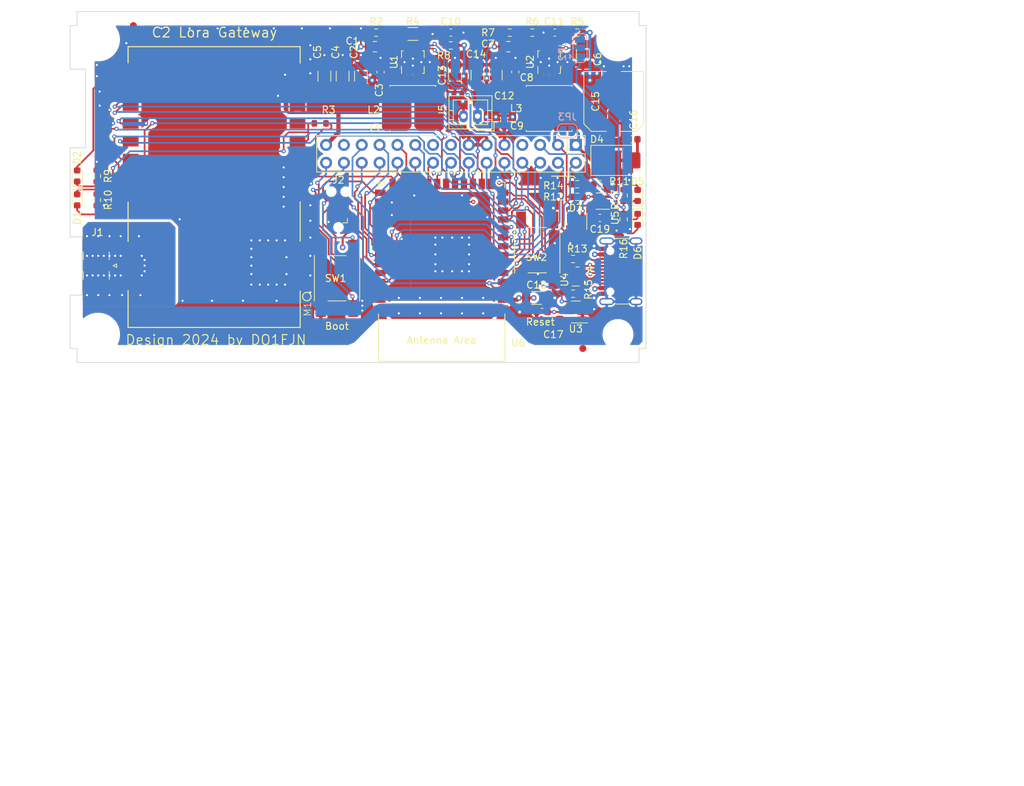
<source format=kicad_pcb>
(kicad_pcb (version 20221018) (generator pcbnew)
  (title_block (title "C2 Lora Gateway Prototype 1"))
  (layers (0 "F.Cu" signal) (1 "In1.Cu" signal) (2 "In2.Cu" signal) (31 "B.Cu" signal) (34 "B.Paste" user) (35 "F.Paste" user) (36 "B.SilkS" user "B.Silkscreen") (37 "F.SilkS" user "F.Silkscreen") (38 "B.Mask" user) (39 "F.Mask" user) (44 "Edge.Cuts" user))
  (net 0 "")
  (net 1 "Vin")
  (net 2 "GND")
  (net 3 "VCC")
  (net 4 "Net-(U2-FB)")
  (net 5 "/USB_VBUS")
  (net 6 "/IO0{slash}Boot")
  (net 7 "/PowerSupply/1.22V")
  (net 8 "Net-(D5-A)")
  (net 9 "GNDRF")
  (net 10 "/TxD0")
  (net 11 "/RxD0")
  (net 12 "/CTS0")
  (net 13 "/RTS0")
  (net 14 "Net-(JP2-A)")
  (net 15 "Net-(JP2-C)")
  (net 16 "Net-(U2-L2)")
  (net 17 "Net-(U2-L1)")
  (net 18 "/~{ESP_RESET}")
  (net 19 "Net-(U1-FB)")
  (net 20 "Net-(U1-VINA)")
  (net 21 "Net-(D1-K)")
  (net 22 "Net-(D2-K)")
  (net 23 "Net-(J1-In)")
  (net 24 "Net-(D6-A)")
  (net 25 "SPI2_CS0")
  (net 26 "SPI2_MOSI")
  (net 27 "SPI2_SCLK")
  (net 28 "SPI2_MISO")
  (net 29 "~{5V_PS}")
  (net 30 "LORA_RXEN")
  (net 31 "LORA_DIO1")
  (net 32 "LORA_BUSY")
  (net 33 "LORA_RST")
  (net 34 "LORA_TXACTI")
  (net 35 "+5V")
  (net 36 "Net-(J4-CC1)")
  (net 38 "Net-(J4-CC2)")
  (net 39 "5V_ENABLE")
  (net 41 "Net-(U1-L2)")
  (net 42 "Net-(U1-L1)")
  (net 43 "Net-(U5-+)")
  (net 51 "/LoRaModule/DIO2_TXEN")
  (net 52 "/IO4")
  (net 53 "/IO5")
  (net 54 "/IO6")
  (net 55 "/IO7")
  (net 56 "/IO14")
  (net 57 "/IO21")
  (net 58 "/IO47")
  (net 59 "/IO1")
  (net 60 "/IO2")
  (net 61 "/IO17")
  (net 62 "/IO38")
  (net 63 "/IO39")
  (net 64 "/IO40")
  (net 65 "/IO41")
  (net 66 "/IO42")
  (net 67 "Net-(U2-VINA)")
  (net 68 "/USB_D+")
  (net 69 "/USB_D-")
  (footprint "Resistor_SMD:R_0603_1608Metric" (layer "F.Cu") (at 143.2 74.825)
    (fp_text reference "R8")
    (fp_text value "100R")
  )
  (footprint "MountingHole:MountingHole_3.2mm_M3" (layer "F.Cu") (at 167 74)
    (fp_text reference "H2" hide)
    (fp_text value "MountingHole_3.2mm_M3" hide)
  )
  (footprint "LED_SMD:LED_0603_1608Metric" (layer "F.Cu") (at 90 93.425 90)
    (fp_text reference "D2")
    (fp_text value "1608MGC")
  )
  (footprint "Capacitor_SMD:C_1206_3216Metric" (layer "F.Cu") (at 147 79.05 90)
    (fp_text reference "C14")
    (fp_text value "10µ")
  )
  (footprint "Capacitor_SMD:C_1206_3216Metric" (layer "F.Cu") (at 143.8 79.075 90)
    (fp_text reference "C13")
    (fp_text value "10µ")
  )
  (footprint "Capacitor_SMD:C_0603_1608Metric" (layer "F.Cu") (at 158 73 180)
    (fp_text reference "C11")
    (fp_text value "100n")
  )
  (footprint "DO1FJN:Fiducial_1mm_Square" (layer "F.Cu") (at 162 118)
    (fp_text reference "FID2" hide)
    (fp_text value "Fiducial_1mm_Sqare" hide)
  )
  (footprint "Capacitor_SMD:C_1206_3216Metric" (layer "F.Cu") (at 127.8 79.2 90)
    (fp_text reference "C4")
    (fp_text value "10µ")
  )
  (footprint "Capacitor_SMD:C_1206_3216Metric" (layer "F.Cu") (at 155.4 110.8)
    (fp_text reference "C18")
    (fp_text value "10µ")
  )
  (footprint "Package_TO_SOT_SMD:SOT-353_SC-70-5" (layer "F.Cu") (at 164.6 97 180)
    (fp_text reference "U5")
    (fp_text value "TLV7011DCK")
  )
  (footprint "MountingHole:MountingHole_3.2mm_M3" (layer "F.Cu") (at 93 74)
    (fp_text reference "H1" hide)
    (fp_text value "MountingHole_3.2mm_M3" hide)
  )
  (footprint "Connector_Coaxial:SMA_Samtec_SMA-J-P-X-ST-EM1_EdgeMount" (layer "F.Cu") (at 92.8625 106.2 -90)
    (fp_text reference "J1")
    (fp_text value "UHF")
  )
  (footprint "LED_SMD:LED_0603_1608Metric" (layer "F.Cu") (at 169.8 99.6 -90)
    (fp_text reference "D6")
    (fp_text value "1608MGC")
  )
  (footprint "Capacitor_SMD:C_0603_1608Metric" (layer "F.Cu") (at 169 88.2)
    (fp_text reference "C16")
    (fp_text value "100n")
  )
  (footprint "Connector_JST:JST_PH_B2B-PH-K_1x02_P2.00mm_Vertical" (layer "F.Cu") (at 147 84.9 180)
    (fp_text reference "J5")
    (fp_text value "Bat")
  )
  (footprint "Resistor_SMD:R_0603_1608Metric" (layer "F.Cu") (at 167.8 96.2 90)
    (fp_text reference "R17")
    (fp_text value "1.5K")
  )
  (footprint "LED_SMD:LED_0603_1608Metric" (layer "F.Cu") (at 90 96.825 -90)
    (fp_text reference "D1")
    (fp_text value "1608SURC")
  )
  (footprint "Diode_SMD:D_SMB" (layer "F.Cu") (at 166.8 91.2)
    (fp_text reference "D4")
    (fp_text value "SM6T6V8A")
  )
  (footprint "Capacitor_SMD:C_Elec_8x6.2" (layer "F.Cu") (at 166.4 82.8 90)
    (fp_text reference "C15")
    (fp_text value "220µ")
  )
  (footprint "Connector_USB:USB_C_Receptacle_GCT_USB4105-xx-A_16P_TopMnt_Horizontal" (layer "F.Cu") (at 168.5 107 90)
    (fp_text reference "J4")
    (fp_text value "USB")
  )
  (footprint "Resistor_SMD:R_0603_1608Metric" (layer "F.Cu") (at 92.8 96.825 90)
    (fp_text reference "R10")
    (fp_text value "1.5K")
  )
  (footprint "Capacitor_SMD:C_0805_2012Metric" (layer "F.Cu") (at 132.4 75)
    (fp_text reference "C1")
    (fp_text value "2.2p")
  )
  (footprint "Capacitor_SMD:C_1206_3216Metric" (layer "F.Cu") (at 149.6 79.05 90)
    (fp_text reference "C12")
    (fp_text value "10µ")
  )
  (footprint "MountingHole:MountingHole_3.2mm_M3" (layer "F.Cu") (at 167 116)
    (fp_text reference "H4" hide)
    (fp_text value "MountingHole_3.2mm_M3" hide)
  )
  (footprint "Capacitor_SMD:C_0603_1608Metric" (layer "F.Cu") (at 143.2 73)
    (fp_text reference "C10")
    (fp_text value "100n")
  )
  (footprint "Resistor_SMD:R_0603_1608Metric" (layer "F.Cu") (at 167.8 99.6 -90)
    (fp_text reference "R16")
    (fp_text value "1.2K")
  )
  (footprint "Capacitor_SMD:C_0603_1608Metric" (layer "F.Cu") (at 150.8 85.6 -90)
    (fp_text reference "C9")
    (fp_text value "100n")
  )
  (footprint "Connector_PinHeader_2.54mm:PinHeader_2x15_P2.54mm_Vertical" (layer "F.Cu") (at 161 89 -90)
    (fp_text reference "J3")
    (fp_text value "I/O")
  )
  (footprint "Inductor_SMD:L_Changjiang_FNR6045S" (layer "F.Cu") (at 137.8 83.8)
    (fp_text reference "L2")
    (fp_text value "2.2µ")
  )
  (footprint "Capacitor_SMD:C_0603_1608Metric" (layer "F.Cu") (at 164.425 99.4)
    (fp_text reference "C19")
    (fp_text value "100n")
  )
  (footprint "PCM_Espressif:ESP32-S3-WROOM-1" (layer "F.Cu") (at 141.9 104.06 180)
    (fp_text reference "U6")
    (fp_text value "ESP32-S3-WROOM-1")
  )
  (footprint "Capacitor_SMD:C_1206_3216Metric" (layer "F.Cu") (at 162 76.1 90)
    (fp_text reference "C6")
    (fp_text value "10µ")
  )
  (footprint "Resistor_SMD:R_0603_1608Metric" (layer "F.Cu") (at 92.8 93.425 -90)
    (fp_text reference "R9")
    (fp_text value "2.7K")
  )
  (footprint "Resistor_SMD:R_0603_1608Metric" (layer "F.Cu") (at 154.8 73 180)
    (fp_text reference "R6")
    (fp_text value "100K")
  )
  (footprint "Resistor_SMD:R_0603_1608Metric" (layer "F.Cu") (at 161.2 73)
    (fp_text reference "R5")
    (fp_text value "100R")
  )
  (footprint "Resistor_SMD:R_0603_1608Metric" (layer "F.Cu") (at 160.6 110.2 180)
    (fp_text reference "R15")
    (fp_text value "5.1K")
  )
  (footprint "Capacitor_SMD:C_1206_3216Metric" (layer "F.Cu") (at 130.4 79.2 90)
    (fp_text reference "C2")
    (fp_text value "10µ")
  )
  (footprint "Inductor_SMD:L_Changjiang_FNR6045S" (layer "F.Cu") (at 157.2 83.8)
    (fp_text reference "L3")
    (fp_text value "2.2µ")
  )
  (footprint "DO1FJN:SW_Push_Switronic_IT1102WB8" (layer "F.Cu") (at 155.5 104 -90)
    (fp_text reference "SW2")
    (fp_text value "Reset")
  )
  (footprint "Capacitor_SMD:C_0603_1608Metric" (layer "F.Cu") (at 133.2 78.625 90)
    (fp_text reference "C3")
    (fp_text value "100n")
  )
  (footprint "Resistor_SMD:R_0603_1608Metric" (layer "F.Cu") (at 161.2 94.6 180)
    (fp_text reference "R14")
    (fp_text value "1M")
  )
  (footprint "Package_SON:Texas_DRC0010J" (layer "F.Cu") (at 157.2 77.2 90)
    (fp_text reference "U2")
    (fp_text value "TPS63000")
  )
  (footprint "Package_SON:Texas_DRC0010J" (layer "F.Cu") (at 137.8 77.2 90)
    (fp_text reference "U1")
    (fp_text value "TPS63000")
  )
  (footprint "Package_TO_SOT_SMD:SOT-23" (layer "F.Cu") (at 161 100.4 -90)
    (fp_text reference "D3")
    (fp_text value "ZXRE125")
  )
  (footprint "DO1FJN:E22-400M30S" (layer "F.Cu") (at 109.5 95)
    (fp_text reference "M1")
    (fp_text value "E22-400M30S")
  )
  (footprint "Package_DFN_QFN:Diodes_UDFN-10_1.0x2.5mm_P0.5mm" (layer "F.Cu") (at 161 107.75)
    (fp_text reference "U4")
    (fp_text value "D3V3XA4B10LP")
  )
  (footprint "MountingHole:MountingHole_3.2mm_M3" (layer "F.Cu") (at 93 116)
    (fp_text reference "H3" hide)
    (fp_text value "MountingHole_3.2mm_M3" hide)
  )
  (footprint "Resistor_SMD:R_0603_1608Metric" (layer "F.Cu") (at 160.6 105.25 180)
    (fp_text reference "R13")
    (fp_text value "5.1K")
  )
  (footprint "Resistor_SMD:R_0603_1608Metric" (layer "F.Cu") (at 132.575 73 180)
    (fp_text reference "R2")
    (fp_text value "1M")
  )
  (footprint "Capacitor_SMD:C_0805_2012Metric" (layer "F.Cu") (at 151.4 75)
    (fp_text reference "C7")
    (fp_text value "3.9p")
  )
  (footprint "Resistor_SMD:R_0603_1608Metric" (layer "F.Cu") (at 161.2 96.4 180)
    (fp_text reference "R12")
    (fp_text value "560K")
  )
  (footprint "Package_TO_SOT_SMD:SOT-23" (layer "F.Cu") (at 161 112.8 180)
    (fp_text reference "U3")
    (fp_text value "APX809S31SA")
  )
  (footprint "Capacitor_SMD:C_0603_1608Metric" (layer "F.Cu") (at 152.375 78.6 90)
    (fp_text reference "C8")
    (fp_text value "100n")
  )
  (footprint "LED_SMD:LED_0603_1608Metric" (layer "F.Cu") (at 169.8 96.2 90)
    (fp_text reference "D5")
    (fp_text value "1608SURC")
  )
  (footprint "Resistor_SMD:R_0603_1608Metric" (layer "F.Cu") (at 164.4 94.6 180)
    (fp_text reference "R11")
    (fp_text value "560K")
  )
  (footprint "Resistor_SMD:R_0603_1608Metric" (layer "F.Cu") (at 124.6 85.928629)
    (fp_text reference "R3")
    (fp_text value "1.5K")
  )
  (footprint "Connector:Tag-Connect_TC2030-IDC-NL_2x03_P1.27mm_Vertical" (layer "F.Cu") (at 127.2 98.2 90)
    (fp_text reference "J2")
    (fp_text value "ISP/UART0")
  )
  (footprint "Capacitor_SMD:C_1206_3216Metric" (layer "F.Cu") (at 125.2 79.2 90)
    (fp_text reference "C5")
    (fp_text value "10µ")
  )
  (footprint "Resistor_SMD:R_1206_3216Metric" (layer "F.Cu") (at 137.799999 73.189723 180)
    (fp_text reference "R4")
    (fp_text value "110K")
  )
  (footprint "Resistor_SMD:R_0603_1608Metric" (layer "F.Cu") (at 151.6 73 180)
    (fp_text reference "R7")
    (fp_text value "560K")
  )
  (footprint "Capacitor_SMD:C_0603_1608Metric" (layer "F.Cu") (at 156.2 112.8 180)
    (fp_text reference "C17")
    (fp_text value "100n")
  )
  (footprint "DO1FJN:SW_Push_Switronic_IT1102WB8" (layer "F.Cu") (at 127 108 -90)
    (fp_text reference "SW1")
    (fp_text value "Boot")
  )
  (footprint "DO1FJN:Fiducial_1mm_Square" (layer "F.Cu") (at 98 72)
    (fp_text reference "FID1" hide)
    (fp_text value "Fiducial_1mm_Sqare" hide)
  )
  (footprint "Jumper:SolderJumper-3_P1.3mm_Open_RoundedPad1.0x1.5mm" (layer "B.Cu") (at 161.6 75.2 90)
    (fp_text reference "JP2")
    (fp_text value "VminProt")
  )
  (footprint "Jumper:SolderJumper-2_P1.3mm_Open_RoundedPad1.0x1.5mm" (layer "B.Cu") (at 159.8 87)
    (fp_text reference "JP3")
    (fp_text value "USB supply")
  )
  (gr_line (start 160.65 93.45) (end 160.9 93.7) (stroke (width 0.15)) (layer "F.SilkS"))
  (gr_line (start 157.55 93.45) (end 160.65 93.45) (stroke (width 0.15)) (layer "F.SilkS"))
  (gr_poly (pts (xy 90 120) (xy 170 120) (xy 170 118) (xy 171 118) (xy 171 72) (xy 170 72) (xy 170 70) (xy 90 70) (xy 90 72) (xy 89 72) (xy 89 78.2) (xy 91.2 78.2) (xy 91.2 89.4) (xy 89 89.4) (xy 89 102.1) (xy 90.7 102.1) (xy 90.7 110.4) (xy 89 110.4) (xy 89 118) (xy 90 118)) (stroke (width 0.1)) (fill none) (layer "Edge.Cuts"))
  (gr_text "Boot\n" (at 125.2 115.4) (layer "F.SilkS") (effects (font (size 1 1)) (justify left bottom)))
  (gr_text "Design 2024 by DO1FJN" (at 96.8 117.6) (layer "F.SilkS") (effects (font (size 1.4 1.4)) (justify left bottom)))
  (gr_text "Reset\n" (at 153.8 114.8) (layer "F.SilkS") (effects (font (size 1 1)) (justify left bottom)))
  (gr_text "C2 Lora Gateway" (at 100.5 73.8) (layer "F.SilkS") (effects (font (size 1.4 1.4) (thickness 0.175)) (justify left bottom)))
  (segment (start 159.63 94.6) (end 159.63 93.57) (width 0.24) (layer "F.Cu") (net 1))
  (segment (start 159.63 96.93) (end 159.63 96.4) (width 0.24) (layer "F.Cu") (net 1))
  (segment (start 159.7 90.3) (end 158.46 89.06) (width 0.24) (layer "F.Cu") (net 1))
  (segment (start 163.65 99.4) (end 163 99.4) (width 0.24) (layer "F.Cu") (net 1))
  (segment (start 159.63 96.4) (end 159.63 94.6) (width 0.24) (layer "F.Cu") (net 1))
  (segment (start 162.025 73) (end 161.7 73) (width 0.2) (layer "F.Cu") (net 1))
  (segment (start 158.56 74.2) (end 157.7 75.06) (width 0.2) (layer "F.Cu") (net 1))
  (segment (start 159.7 93.5) (end 159.7 90.3) (width 0.24) (layer "F.Cu") (net 1))
  (segment (start 159.63 93.57) (end 159.7 93.5) (width 0.24) (layer "F.Cu") (net 1))
  (segment (start 163 99.4) (end 162.6 99) (width 0.24) (layer "F.Cu") (net 1))
  (segment (start 162.025 73) (end 163 73) (width 0.4) (layer "F.Cu") (net 1))
  (segment (start 160.375 94.6) (end 159.63 94.6) (width 0.24) (layer "F.Cu") (net 1))
  (segment (start 160.375 96.4) (end 159.63 96.4) (width 0.24) (layer "F.Cu") (net 1))
  (segment (start 145.075 74.825) (end 145.1 74.8) (width 0.4) (layer "F.Cu") (net 1))
  (segment (start 160.5 74.2) (end 158.56 74.2) (width 0.2) (layer "F.Cu") (net 1))
  (segment (start 144.025 74.825) (end 145.075 74.825) (width 0.4) (layer "F.Cu") (net 1))
  (segment (start 160.35 97.65) (end 159.63 96.93) (width 0.24) (layer "F.Cu") (net 1))
  (segment (start 162.6 99) (end 162.6 97.65) (width 0.24) (layer "F.Cu") (net 1))
  (segment (start 157.7 75.06) (end 157.7 75.8) (width 0.2) (layer "F.Cu") (net 1))
  (segment (start 158.46 89.06) (end 158.46 89) (width 0.24) (layer "F.Cu") (net 1))
  (segment (start 162.6 97.65) (end 160.35 97.65) (width 0.24) (layer "F.Cu") (net 1))
  (segment (start 163.65 97.65) (end 162.6 97.65) (width 0.24) (layer "F.Cu") (net 1))
  (segment (start 161.7 73) (end 160.5 74.2) (width 0.2) (layer "F.Cu") (net 1))
  (via (at 145 79.2) (size 0.8) (drill 0.4) (layers "F.Cu" "B.Cu") (net 1))
  (via (at 143.1 81.8) (size 0.8) (drill 0.4) (layers "F.Cu" "B.Cu") (net 1))
  (via (at 162 78.8) (size 0.8) (drill 0.4) (layers "F.Cu" "B.Cu") (net 1))
  (via (at 164 78.8) (size 0.8) (drill 0.4) (layers "F.Cu" "B.Cu") (net 1))
  (via (at 163 78.8) (size 0.8) (drill 0.4) (layers "F.Cu" "B.Cu") (net 1))
  (via (at 163 79.8) (size 0.8) (drill 0.4) (layers "F.Cu" "B.Cu") (net 1))
  (via (at 163 73) (size 0.8) (drill 0.4) (layers "F.Cu" "B.Cu") (net 1))
  (via (at 145.1 74.8) (size 0.8) (drill 0.4) (layers "F.Cu" "B.Cu") (remove_unused_layers) (net 1))
  (via (at 144.2 81.8195) (size 0.8) (drill 0.4) (layers "F.Cu" "B.Cu") (net 1))
  (via (at 144.9 82.8) (size 0.8) (drill 0.4) (layers "F.Cu" "B.Cu") (net 1))
  (segment (start 162.025 73) (end 163 73) (width 0.25) (layer "B.Cu") (net 1))
  (segment (start 145.1 79.1) (end 145.1 74.8) (width 0.4) (layer "B.Cu") (net 1))
  (segment (start 162 78.8) (end 163 78.8) (width 0.4) (layer "B.Cu") (net 1))
  (segment (start 163 79.8) (end 163 78.8) (width 0.4) (layer "B.Cu") (net 1))
  (segment (start 158 88.54) (end 158.46 89) (width 0.4) (layer "B.Cu") (net 1))
  (segment (start 158 87.4) (end 158 88.54) (width 0.4) (layer "B.Cu") (net 1))
  (segment (start 159.15 87) (end 158.4 87) (width 0.4) (layer "B.Cu") (net 1))
  (segment (start 145 79.2) (end 145.1 79.1) (width 0.4) (layer "B.Cu") (net 1))
  (segment (start 161.6 73.425) (end 161.6 73.9) (width 0.24) (layer "B.Cu") (net 1))
  (segment (start 161.9625 73.0625) (end 161.6 73.425) (width 0.24) (layer "B.Cu") (net 1))
  (segment (start 158.4 87) (end 158 87.4) (width 0.4) (layer "B.Cu") (net 1))
  (segment (start 161.9625 73.0625) (end 162.025 73) (width 0.25) (layer "B.Cu") (net 1))
  (segment (start 163 73) (end 163 78.8) (width 0.4) (layer "B.Cu") (net 1))
  (segment (start 164 78.8) (end 163 78.8) (width 0.4) (layer "B.Cu") (net 1))
  (segment (start 159.775 110.2) (end 158.6 110.2) (width 0.24) (layer "F.Cu") (net 2))
  (segment (start 164.231371 110.2) (end 164.82 110.2) (width 0.4) (layer "F.Cu") (net 2))
  (segment (start 165 97) (end 164.8 97.2) (width 0.24) (layer "F.Cu") (net 2))
  (segment (start 92.8 97.65) (end 93.75 97.65) (width 0.4) (layer "F.Cu") (net 2))
  (segment (start 164 103.8) (end 163.7 103.5) (width 0.4) (layer "F.Cu") (net 2))
  (segment (start 159.55 107.75) (end 159.3 108) (width 0.24) (layer "F.Cu") (net 2))
  (segment (start 137.8 78.6) (end 137.8 77.7) (width 0.24) (layer "F.Cu") (net 2))
  (segment (start 164.8 97.2) (end 164.8 98.065) (width 0.24) (layer "F.Cu") (net 2))
  (segment (start 165.225 94.6) (end 166.2 94.6) (width 0.24) (layer "F.Cu") (net 2))
  (segment (start 157.8 99.7) (end 157.8 98) (width 0.24) (layer "F.Cu") (net 2))
  (segment (start 152.52 112.32) (end 150.65 112.32) (width 0.6) (layer "F.Cu") (net 2))
  (segment (start 153 113.3) (end 153.45 113.75) (width 0.24) (layer "F.Cu") (net 2))
  (segment (start 157.2 77.775) (end 157.2 77.7) (width 0.24) (layer "F.Cu") (net 2))
  (segment (start 168.8 99.9) (end 169.1 99.6) (width 0.24) (layer "F.Cu") (net 2))
  (segment (start 153 112.8) (end 155.425 112.8) (width 0.4) (layer "F.Cu") (net 2))
  (segment (start 140.2 77.2) (end 141.1 77.2) (width 0.8) (layer "F.Cu") (net 2))
  (segment (start 159.8 77.2) (end 159.5 77.2) (width 0.8) (layer "F.Cu") (net 2))
  (segment (start 154.6 77.2) (end 155 77.2) (width 0.8) (layer "F.Cu") (net 2))
  (segment (start 137.3 75.8) (end 137.3 74.3) (width 0.24) (layer "F.Cu") (net 2))
  (segment (start 155.625 73) (end 156.4 73) (width 0.4) (layer "F.Cu") (net 2))
  (segment (start 169.6 99.6) (end 169.8 99.4) (width 0.24) (layer "F.Cu") (net 2))
  (segment (start 135.4 77.2) (end 135.6 77.2) (width 0.8) (layer "F.Cu") (net 2))
  (segment (start 169.775 88.2) (end 169.775 90.375) (width 0.4) (layer "F.Cu") (net 2))
  (segment (start 138.410277 73.189723) (end 139.262499 73.189723) (width 0.4) (layer "F.Cu") (net 2))
  (segment (start 157.2 77.7) (end 157.2 78.6) (width 0.24) (layer "F.Cu") (net 2))
  (segment (start 160.65 107.75) (end 161.4125 107.75) (width 0.24) (layer "F.Cu") (net 2))
  (segment (start 168.7 101) (end 168.8 100.9) (width 0.24) (layer "F.Cu") (net 2))
  (segment (start 156.4 73) (end 156.4 74.7) (width 0.4) (layer "F.Cu") (net 2))
  (segment (start 168.95 92.85) (end 168.6 93.2) (width 0.4) (layer "F.Cu") (net 2))
  (segment (start 93.75 97.65) (end 93.8 97.6) (width 0.4) (layer "F.Cu") (net 2))
  (segment (start 162.3 108.2) (end 162.3 108.6) (width 0.24) (layer "F.Cu") (net 2))
  (segment (start 163.6 110.8) (end 163.631371 110.8) (width 0.4) (layer "F.Cu") (net 2))
  (segment (start 164.8 98.065) (end 164.935 98.2) (width 0.24) (layer "F.Cu") (net 2))
  (segment (start 157.2 76.7) (end 157.2 76.625) (width 0.24) (layer "F.Cu") (net 2))
  (segment (start 165.2 98.2) (end 165.2 99.4) (width 0.24) (layer "F.Cu") (net 2))
  (segment (start 164.935 98.2) (end 165.2 98.2) (width 0.24) (layer "F.Cu") (net 2))
  (segment (start 125.8 99.971697) (end 126.063303 99.971697) (width 0.3) (layer "F.Cu") (net 2))
  (segment (start 126.063303 99.971697) (end 126.565 99.47) (width 0.3) (layer "F.Cu") (net 2))
  (segment (start 137.8 76.7) (end 137.8 76.625) (width 0.24) (layer "F.Cu") (net 2))
  (segment (start 168.8 100.9) (end 168.8 99.9) (width 0.24) (layer "F.Cu") (net 2))
  (segment (start 136.6 77.2) (end 135.4 77.2) (width 0.8) (layer "F.Cu") (net 2))
  (segment (start 156.7 75) (end 156.7 75.8) (width 0.24) (layer "F.Cu") (net 2))
  (segment (start 165.55 97) (end 165 97) (width 0.24) (layer "F.Cu") (net 2))
  (segment (start 153 112.8) (end 153 113.3) (width 0.24) (layer "F.Cu") (net 2))
  (segment (start 161.85 107.75) (end 162.3 108.2) (width 0.24) (layer "F.Cu") (net 2))
  (segment (start 156 77.2) (end 154.6 77.2) (width 0.8) (layer "F.Cu") (net 2))
  (segment (start 169.775 90.375) (end 168.95 91.2) (width 0.4) (layer "F.Cu") (net 2))
  (segment (start 147 84.9) (end 147 86) (width 0.4) (layer "F.Cu") (net 2))
  (segment (start 168.95 91.2) (end 168.95 92.85) (width 0.4) (layer "F.Cu") (net 2))
  (segment (start 139 77.2) (end 140.2 77.2) (width 0.8) (layer "F.Cu") (net 2))
  (segment (start 165.2 99.4) (end 166.2 99.4) (width 0.24) (layer "F.Cu") (net 2))
  (segment (start 156.4 74.7) (end 156.7 75) (width 0.25) (layer "F.Cu") (net 2))
  (segment (start 153 112.8) (end 152.52 112.32) (width 0.6) (layer "F.Cu") (net 2))
  (segment (start 137.3 74.3) (end 138.410277 73.189723) (width 0.4) (layer "F.Cu") (net 2))
  (segment (start 157.225 73) (end 156.4 73) (width 0.4) (layer "F.Cu") (net 2))
  (segment (start 160.65 107.75) (end 159.55 107.75) (width 0.24) (layer "F.Cu") (net 2))
  (segment (start 137.8 77.7) (end 137.8 77.775) (width 0.24) (layer "F.Cu") (net 2))
  (segment (start 147 86) (end 147.375 86.375) (width 0.4) (layer "F.Cu") (net 2))
  (segment (start 164.82 103.8) (end 164 103.8) (width 0.4) (layer "F.Cu") (net 2))
  (segment (start 169.1 99.6) (end 169.6 99.6) (width 0.24) (layer "F.Cu") (net 2))
  (segment (start 147.375 86.375) (end 150.8 86.375) (width 0.4) (layer "F.Cu") (net 2))
  (segment (start 156.875 110.8) (end 158 110.8) (width 0.4) (layer "F.Cu") (net 2))
  (segment (start 161.4125 107.75) (end 161.85 107.75) (width 0.24) (layer "F.Cu") (net 2))
  (segment (start 153.45 113.75) (end 161.9375 113.75) (width 0.24) (layer "F.Cu") (net 2))
  (segment (start 158.4 77.2) (end 159.8 77.2) (width 0.8) (layer "F.Cu") (net 2))
  (segment (start 163.631371 110.8) (end 164.231371 110.2) (width 0.4) (layer "F.Cu") (net 2))
  (segment (start 158.6 110.2) (end 158 110.8) (width 0.24) (layer "F.Cu") (net 2))
  (segment (start 169.8 99.4) (end 169.8 98.8125) (width 0.24) (layer "F.Cu") (net 2))
  (via (at 155.6 107.4) (size 0.6) (drill 0.3) (layers "F.Cu" "B.Cu") (remove_unused_layers) (zone_layer_connections "F.Cu" "In1.Cu" "B.Cu") (net 2))
  (via (at 136.6 77.2) (size 0.6) (drill 0.3) (layers "F.Cu" "B.Cu") (net 2))
  (via (at 147 76.6) (size 0.6) (drill 0.3) (layers "F.Cu" "B.Cu") (net 2))
  (via (at 157.8 98) (size 0.8) (drill 0.4) (layers "F.Cu" "B.Cu") (remove_unused_layers) (zone_layer_connections "F.Cu" "In1.Cu" "B.Cu") (net 2))
  (via (at 127.8 76.2) (size 0.6) (drill 0.3) (layers "F.Cu" "B.Cu") (net 2))
  (via (at 168.6 93.2) (size 0.6) (drill 0.3) (layers "F.Cu" "B.Cu") (net 2))
  (via (at 149.6 76.6) (size 0.6) (drill 0.3) (layers "F.Cu" "B.Cu") (net 2))
  (via (at 123.3 94.5) (size 0.6) (drill 0.3) (layers "F.Cu" "B.Cu") (net 2))
  (via (at 118.4 111.2) (size 0.6) (drill 0.3) (layers "F.Cu" "B.Cu") (net 2))
  (via (at 147.8 110.8) (size 0.6) (drill 0.3) (layers "F.Cu" "B.Cu") (net 2))
  (via (at 154.6 77.2) (size 0.6) (drill 0.3) (layers "F.Cu" "B.Cu") (net 2))
  (via (at 119.4 92.2) (size 0.6) (drill 0.3) (layers "F.Cu" "B.Cu") (net 2))
  (via (at 156.4 73) (size 0.6) (drill 0.3) (layers "F.Cu" "B.Cu") (net 2))
  (via (at 119.4 95) (size 0.6) (drill 0.3) (layers "F.Cu" "B.Cu") (net 2))
  (via (at 140.6 73.2) (size 0.6) (drill 0.3) (layers "F.Cu" "B.Cu") (net 2))
  (via (at 122 72.4) (size 0.6) (drill 0.3) (layers "F.Cu" "B.Cu") (net 2))
  (via (at 156 77.2) (size 0.6) (drill 0.3) (layers "F.Cu" "B.Cu") (net 2))
  (via (at 141 102.2) (size 0.6) (drill 0.3) (layers "F.Cu" "B.Cu") (net 2))
  (via (at 99.8 85.9) (size 0.6) (drill 0.3) (layers "F.Cu" "B.Cu") (net 2))
  (via (at 145.8 107) (size 0.6) (drill 0.3) (layers "F.Cu" "B.Cu") (net 2))
  (via (at 144.8 102.2) (size 0.6) (drill 0.3) (layers "F.Cu" "B.Cu") (net 2))
  (via (at 145.8 104.6) (size 0.6) (drill 0.3) (layers "F.Cu" "B.Cu") (net 2))
  (via (at 158 103) (size 0.6) (drill 0.3) (layers "F.Cu" "B.Cu") (remove_unused_layers) (zone_layer_connections "F.Cu" "In1.Cu" "B.Cu") (net 2))
  (via (at 118.4 108.9) (size 0.6) (drill 0.3) (layers "F.Cu" "B.Cu") (net 2))
  (via (at 166.2 94.6) (size 0.8) (drill 0.4) (layers "F.Cu" "B.Cu") (net 2))
  (via (at 92.8 79.2) (size 0.6) (drill 0.3) (layers "F.Cu" "B.Cu") (net 2))
  (via (at 141 106) (size 0.6) (drill 0.3) (layers "F.Cu" "B.Cu") (net 2))
  (via (at 119.4 93.6) (size 0.6) (drill 0.3) (layers "F.Cu" "B.Cu") (net 2))
  (via (at 168.6 77.8) (size 0.6) (drill 0.3) (layers "F.Cu" "B.Cu") (net 2))
  (via (at 119.8 107.4) (size 0.6) (drill 0.3) (layers "F.Cu" "B.Cu") (net 2))
  (via (at 142 102.2) (size 0.6) (drill 0.3) (layers "F.Cu" "B.Cu") (net 2))
  (via (at 160.2 103) (size 0.6) (drill 0.3) (layers "F.Cu" "B.Cu") (remove_unused_layers) (zone_layer_connections "F.Cu" "In1.Cu" "B.Cu") (net 2))
  (via (at 153 112.8) (size 0.8) (drill 0.4) (layers "F.Cu" "B.Cu") (net 2))
  (via (at 117.2 102.6) (size 0.6) (drill 0.3) (layers "F.Cu" "B.Cu") (net 2))
  (via (at 168.7 101) (size 0.6) (drill 0.3) (layers "F.Cu" "B.Cu") (net 2))
  (via (at 93.8 97.6) (size 0.6) (drill 0.3) (layers "F.Cu" "B.Cu") (net 2))
  (via (at 167.8 77.8) (size 0.6) (drill 0.3) (layers "F.Cu" "B.Cu") (net 2))
  (via (at 134.8 99) (size 0.6) (drill 0.3) (layers "F.Cu" "B.Cu") (net 2))
  (via (at 114.8 108.9) (size 0.6) (drill 0.3) (layers "F.Cu" "B.Cu") (net 2))
  (via (at 116 102.6) (size 0.6) (drill 0.3) (layers "F.Cu" "B.Cu") (net 2))
  (via (at 106 72.4) (size 0.6) (drill 0.3) (layers "F.Cu" "B.Cu") (net 2))
  (via (at 123.2 99.8) (size 0.6) (drill 0.3) (layers "F.Cu" "B.Cu") (net 2))
  (via (at 114.8 107.4) (size 0.6) (drill 0.3) (layers "F.Cu" "B.Cu") (net 2))
  (via (at 117.2 108.9) (size 0.6) (drill 0.3) (layers "F.Cu" "B.Cu") (net 2))
  (via (at 155.9 105.1) (size 0.6) (drill 0.3) (layers "F.Cu" "B.Cu") (remove_unused_layers) (zone_layer_connections "F.Cu" "In1.Cu" "B.Cu") (net 2))
  (via (at 136.2 102.4) (size 0.6) (drill 0.3) (layers "F.Cu" "B.Cu") (net 2))
  (via (at 144.8 107) (size 0.6) (drill 0.3) (layers "F.Cu" "B.Cu") (net 2))
  (via (at 168.6 94) (size 0.6) (drill 0.3) (layers "F.Cu" "B.Cu") (net 2))
  (via (at 130.6 112.6) (size 0.6) (drill 0.3) (layers "F.Cu" "B.Cu") (net 2))
  (via (at 104.6 99.6) (size 0.6) (drill 0.3) (layers "F.Cu" "B.Cu") (net 2))
  (via (at 130.6 111.9) (size 0.6) (drill 0.3) (layers "F.Cu" "B.Cu") (net 2))
  (via (at 143.3 93) (size 0.6) (drill 0.3) (layers "F.Cu" "B.Cu") (net 2))
  (via (at 134.8 97.2) (size 0.6) (drill 0.3) (layers "F.Cu" "B.Cu") (net 2))
  (via (at 93.2 83.4) (size 0.6) (drill 0.3) (layers "F.Cu" "B.Cu") (net 2))
  (via (at 130.6 111.2) (size 0.6) (drill 0.3) (layers "F.Cu" "B.Cu") (net 2))
  (via (at 137.8 76.7) (size 0.6) (drill 0.3) (layers "F.Cu" "B.Cu") (net 2))
  (via (at 114.8 102.6) (size 0.6) (drill 0.3) (layers "F.Cu" "B.Cu") (net 2))
  (via (at 138.8 110.8) (size 0.6) (drill 0.3) (layers "F.Cu" "B.Cu") (net 2))
  (via (at 158 110.8) (size 0.8) (drill 0.4) (layers "F.Cu" "B.Cu") (remove_unused_layers) (zone_layer_connections "F.Cu" "In1.Cu" "B.Cu") (net 2))
  (via (at 141 104.6) (size 0.6) (drill 0.3) (layers "F.Cu" "B.Cu") (net 2))
  (via (at 97 74.5) (size 0.6) (drill 0.3) (layers "F.Cu" "B.Cu") (net 2))
  (via (at 114.8 105) (size 0.6) (drill 0.3) (layers "F.Cu" "B.Cu") (net 2))
  (via (at 157.2 76.7) (size 0.6) (drill 0.3) (layers "F.Cu" "B.Cu") (net 2))
  (via (at 144.8 96.2) (size 0.6) (drill 0.3) (layers "F.Cu" "B.Cu") (net 2))
  (via (at 152.4 76.6) (size 0.6) (drill 0.3) (layers "F.Cu" "B.Cu") (net 2))
  (via (at 138 96.2) (size 0.6) (drill 0.3) (layers "F.Cu" "B.Cu") (net 2))
  (via (at 118.6 82) (size 0.6) (drill 0.3) (layers "F.Cu" "B.Cu") (net 2))
  (via (at 125.2 76.2) (size 0.6) (drill 0.3) (layers "F.Cu" "B.Cu") (net 2))
  (via (at 130.4 76.2) (size 0.6) (drill 0.3) (layers "F.Cu" "B.Cu") (net 2))
  (via (at 119.8 105) (size 0.6) (drill 0.3) (layers "F.Cu" "B.Cu") (net 2))
  (via (at 164.4 77.2) (size 0.6) (drill 0.3) (layers "F.Cu" "B.Cu") (net 2))
  (via (at 102 72.4) (size 0.6) (drill 0.3) (layers "F.Cu" "B.Cu") (net 2))
  (via (at 145 73) (size 0.6) (drill 0.3) (layers "F.Cu" "B.Cu") (net 2))
  (via (at 135.4 77.2) (size 0.6) (drill 0.3) (layers "F.Cu" "B.Cu") (net 2))
  (via (at 140.8 93) (size 0.6) (drill 0.3) (layers "F.Cu" "B.Cu") (net 2))
  (via (at 148.4 99.3) (size 0.6) (drill 0.3) (layers "F.Cu" "B.Cu") (net 2))
  (via (at 137.8 77.7) (size 0.6) (drill 0.3) (layers "F.Cu" "B.Cu") (net 2))
  (via (at 123.2 97.6) (size 0.6) (drill 0.3) (layers "F.Cu" "B.Cu") (net 2))
  (via (at 114 72.4) (size 0.6) (drill 0.3) (layers "F.Cu" "B.Cu") (net 2))
  (via (at 143.8 76.6) (size 0.6) (drill 0.3) (layers "F.Cu" "B.Cu") (net 2))
  (via (at 123.2 110) (size 0.6) (drill 0.3) (layers "F.Cu" "B.Cu") (net 2))
  (via (at 165 77.8) (size 0.6) (drill 0.3) (layers "F.Cu" "B.Cu") (net 2))
  (via (at 166.8 101.2) (size 0.6) (drill 0.3) (layers "F.Cu" "B.Cu") (net 2))
  (via (at 92.8 77.6) (size 0.6) (drill 0.3) (layers "F.Cu" "B.Cu") (net 2))
  (via (at 119.6 79) (size 0.6) (drill 0.3) (layers "F.Cu" "B.Cu") (net 2))
  (via (at 142 107) (size 0.6) (drill 0.3) (layers "F.Cu" "B.Cu") (net 2))
  (via (at 140.2 77.2) (size 0.6) (drill 0.3) (layers "F.Cu" "B.Cu") (net 2))
  (via (at 151.8805 93.2) (size 0.6) (drill 0.3) (layers "F.Cu" "B.Cu") (net 2))
  (via (at 163.6 103.4) (size 0.8) (drill 0.4) (layers "F.Cu" "B.Cu") (net 2))
  (via (at 110 72.4) (size 0.6) (drill 0.3) (layers "F.Cu" "B.Cu") (net 2))
  (via (at 145.8 103.2) (size 0.6) (drill 0.3) (layers "F.Cu" "B.Cu") (net 2))
  (via (at 118 72.4) (size 0.6) (drill 0.3) (layers "F.Cu" "B.Cu") (net 2))
  (via (at 95.1 85.9) (size 0.6) (drill 0.3) (layers "F.Cu" "B.Cu") (net 2))
  (via (at 162.3 108.6) (size 0.6) (drill 0.3) (layers "F.Cu" "B.Cu") (remove_unused_layers) (zone_layer_connections "F.Cu" "In1.Cu" "B.Cu") (net 2))
  (via (at 133.2 76.6) (size 0.6) (drill 0.3) (layers "F.Cu" "B.Cu") (net 2))
  (via (at 145.8 106) (size 0.6) (drill 0.3) (layers "F.Cu" "B.Cu") (net 2))
  (via (at 163.6 110.8) (size 0.8) (drill 0.4) (layers "F.Cu" "B.Cu") (net 2))
  (via (at 139 77.2) (size 0.6) (drill 0.3) (layers "F.Cu" "B.Cu") (net 2))
  (via (at 94.6 84) (size 0.6) (drill 0.3) (layers "F.Cu" "B.Cu") (net 2))
  (via (at 159.3 108) (size 0.6) (drill 0.3) (layers "F.Cu" "B.Cu") (remove_unused_layers) (zone_layer_connections "F.Cu" "In1.Cu" "B.Cu") (net 2))
  (via (at 118.4 102.6) (size 0.6) (drill 0.3) (layers "F.Cu" "B.Cu") (net 2))
  (via (at 123.2 76.8) (size 0.6) (drill 0.3) (layers "F.Cu" "B.Cu") (net 2))
  (via (at 109.2 111.2) (size 0.6) (drill 0.3) (layers "F.Cu" "B.Cu") (net 2))
  (via (at 143.4 102.2) (size 0.6) (drill 0.3) (layers "F.Cu" "B.Cu") (net 2))
  (via (at 123.2 107.6) (size 0.6) (drill 0.3) (layers "F.Cu" "B.Cu") (net 2))
  (via (at 126 72.4) (size 0.6) (drill 0.3) (layers "F.Cu" "B.Cu") (net 2))
  (via (at 119.6 102.6) (size 0.6) (drill 0.3) (layers "F.Cu" "B.Cu") (net 2))
  (via (at 119.4 96.4) (size 0.6) (drill 0.3) (layers "F.Cu" "B.Cu") (net 2))
  (via (at 166.2 99.4) (size 0.6) (drill 0.3) (layers "F.Cu" "B.Cu") (net 2))
  (via (at 125.8 99.971697) (size 0.6) (drill 0.3) (layers "F.Cu" "B.Cu") (net 2))
  (via (at 158.4 77.2) (size 0.6) (drill 0.3) (layers "F.Cu" "B.Cu") (net 2))
  (via (at 92.8 91.4) (size 0.6) (drill 0.3) (layers "F.Cu" "B.Cu") (net 2))
  (via (at 116 108.9) (size 0.6) (drill 0.3) (layers "F.Cu" "B.Cu") (net 2))
  (via (at 152.261368 101.452634) (size 0.6) (drill 0.3) (layers "F.Cu" "B.Cu") (net 2))
  (via (at 157.2 77.7) (size 0.6) (drill 0.3) (layers "F.Cu" "B.Cu") (net 2))
  (via (at 145.8 102.2) (size 0.6) (drill 0.3) (layers "F.Cu" "B.Cu") (net 2))
  (via (at 119.6 108.9) (size 0.6) (drill 0.3) (layers "F.Cu" "B.Cu") (net 2))
  (via (at 123.2 102.2) (size 0.6) (drill 0.3) (layers "F.Cu" "B.Cu") (net 2))
  (via (at 144.8 110.8) (size 0.6) (drill 0.3) (layers "F.Cu" "B.Cu") (net 2))
  (via (at 105 111.2) (size 0.6) (drill 0.3) (layers "F.Cu" "B.Cu") (net 2))
  (via (at 160 98.4) (size 0.6) (drill 0.3) (layers "F.Cu" "B.Cu") (remove_unused_layers) (zone_layer_connections "F.Cu" "In1.Cu" "B.Cu") (net 2))
  (via (at 141.8 110.8) (size 0.6) (drill 0.3) (layers "F.Cu" "B.Cu") (net 2))
  (via (at 158.4 93.7) (size 0.6) (drill 0.3) (layers "F.Cu" "B.Cu") (remove_unused_layers) (zone_layer_connections "F.Cu" "In1.Cu" "B.Cu") (net 2))
  (via (at 114.8 103.8) (size 0.6) (drill 0.3) (layers "F.Cu" "B.Cu") (net 2))
  (via (at 130.4 72.4) (size 0.6) (drill 0.3) (layers "F.Cu" "B.Cu") (net 2))
  (via (at 141 103.2) (size 0.6) (drill 0.3) (layers "F.Cu" "B.Cu") (net 2))
  (via (at 149.9 93.6) (size 0.6) (drill 0.3) (layers "F.Cu" "B.Cu") (net 2))
  (via (at 156 93.7) (size 0.6) (drill 0.3) (layers "F.Cu" "B.Cu") (remove_unused_layers) (zone_layer_connections "F.Cu" "In1.Cu" "B.Cu") (net 2))
  (via (at 143.4 107) (size 0.6) (drill 0.3) (layers "F.Cu" "B.Cu") (net 2))
  (via (at 93.2 81.4) (size 0.6) (drill 0.3) (layers "F.Cu" "B.Cu") (net 2))
  (via (at 135.8 110.8) (size 0.6) (drill 0.3) (layers "F.Cu" "B.Cu") (net 2))
  (via (at 114.8 106.2) (size 0.6) (drill 0.3) (layers "F.Cu" "B.Cu") (net 2))
  (via (at 113.6 111.2) (size 0.6) (drill 0.3) (layers "F.Cu" "B.Cu") (net 2))
  (via (at 123.2 104.8) (size 0.6) (drill 0.3) (layers "F.Cu" "B.Cu") (net 2))
  (via (at 123.2 78.8) (size 0.6) (drill 0.3) (layers "F.Cu" "B.Cu") (net 2))
  (via (at 123.2 74.8) (size 0.6) (drill 0.3) (layers "F.Cu" "B.Cu") (net 2))
  (via (at 159.8 77.2) (size 0.6) (drill 0.3) (layers "F.Cu" "B.Cu") (net 2))
  (via (at 119.4 97.8) (size 0.6) (drill 0.3) (layers "F.Cu" "B.Cu") (net 2))
  (via (at 163.6 112.4) (size 0.6) (drill 0.3) (layers "F.Cu" "B.Cu") (net 2))
  (via (at 141 107) (size 0.6) (drill 0.3) (layers "F.Cu" "B.Cu") (net 2))
  (segment (start 146.5 84.9) (end 146.5 85.3) (width 0.24) (layer "B.Cu") (net 2))
  (segment (start 128.8 101.2) (end 127.8 102.2) (width 0.3) (layer "F.Cu") (net 3))
  (segment (start 152.65 111.05) (end 150.65 111.05) (width 0.6) (layer "F.Cu") (net 3))
  (segment (start 152.9 110.8) (end 152.65 111.05) (width 0.6) (layer "F.Cu") (net 3))
  (segment (start 167.8 98.775) (end 167.8 97.9) (width 0.24) (layer "F.Cu") (net 3))
  (segment (start 149.6 85) (end 149.6 82.2) (width 0.4) (layer "F.Cu") (net 3))
  (segment (start 149.6 82.2) (end 149.6 80.525) (width 0.4) (layer "F.Cu") (net 3))
  (segment (start 128.47 99.47) (end 128.8 99.8) (width 0.3) (layer "F.Cu") (net 3))
  (segment (start 150.775 73) (end 150.2 73) (width 0.25) (layer "F.Cu") (net 3))
  (segment (start 149.4 73.8) (end 149.4 75) (width 0.25) (layer "F.Cu") (net 3))
  (segment (start 157.9 112.8) (end 156.975 112.8) (width 0.24) (layer "F.Cu") (net 3))
  (segment (start 147 80.525) (end 147 81.8) (width 0.4) (layer "F.Cu") (net 3))
  (segment (start 152.9 110.8) (end 155 110.8) (width 0.4) (layer "F.Cu") (net 3))
  (segment (start 127.8 102.2) (end 127.8 103.6) (width 0.3) (layer "F.Cu") (net 3))
  (segment (start 127.835 99.47) (end 128.47 99.47) (width 0.3) (layer "F.Cu") (net 3))
  (segment (start 128.8 99.8) (end 128.8 101.2) (width 0.3) (layer "F.Cu") (net 3))
  (segment (start 147.4 82.2) (end 149.6 82.2) (width 0.4) (layer "F.Cu") (net 3))
  (segment (start 150.2 73) (end 149.4 73.8) (width 0.25) (layer "F.Cu") (net 3))
  (segment (start 160.0625 112.8) (end 157.9 112.8) (width 0.24) (layer "F.Cu") (net 3))
  (segment (start 150.45 75) (end 149.4 75) (width 0.25) (layer "F.Cu") (net 3))
  (segment (start 167.8 97.9) (end 167.8 97.025) (width 0.24) (layer "F.Cu") (net 3))
  (segment (start 147 81.8) (end 147.4 82.2) (width 0.4) (layer "F.Cu") (net 3))
  (via (at 152.9 110.8) (size 0.8) (drill 0.4) (layers "F.Cu" "B.Cu") (net 3))
  (via (at 157.9 112.8) (size 0.6) (drill 0.3) (layers "F.Cu" "B.Cu") (net 3))
  (via (at 149.4 75) (size 0.8) (drill 0.4) (layers "F.Cu" "B.Cu") (remove_unused_layers) (net 3))
  (via (at 127.8 103.6) (size 0.8) (drill 0.4) (layers "F.Cu" "B.Cu") (net 3))
  (via (at 167.8 97.9) (size 0.6) (drill 0.3) (layers "F.Cu" "B.Cu") (remove_unused_layers) (net 3))
  (via (at 149.6 85) (size 0.8) (drill 0.4) (layers "F.Cu" "B.Cu") (net 3))
  (via (at 148.3 85) (size 0.8) (drill 0.4) (layers "F.Cu" "B.Cu") (net 3))
  (via (at 152 85) (size 0.8) (drill 0.4) (layers "F.Cu" "B.Cu") (net 3))
  (via (at 155 110.8) (size 0.8) (drill 0.4) (layers "F.Cu" "B.Cu") (net 3))
  (via (at 148.3 79.5) (size 0.8) (drill 0.4) (layers "F.Cu" "B.Cu") (net 3))
  (segment (start 167.41005 97.9) (end 162.6 93.08995) (width 0.24) (layer "B.Cu") (net 3))
  (segment (start 149.4 75) (end 149 75) (width 0.25) (layer "B.Cu") (net 3))
  (segment (start 149 75) (end 148.3 75.7) (width 0.25) (layer "B.Cu") (net 3))
  (segment (start 162.6 93.08995) (end 162.6 91.05) (width 0.24) (layer "B.Cu") (net 3))
  (segment (start 161.85 90.3) (end 157.22 90.3) (width 0.24) (layer "B.Cu") (net 3))
  (segment (start 157.22 90.3) (end 155.92 89) (width 0.24) (layer "B.Cu") (net 3))
  (segment (start 162.6 91.05) (end 161.85 90.3) (width 0.24) (layer "B.Cu") (net 3))
  (segment (start 148.3 75.7) (end 148.3 79.5) (width 0.25) (layer "B.Cu") (net 3))
  (segment (start 167.8 97.9) (end 167.41005 97.9) (width 0.24) (layer "B.Cu") (net 3))
  (segment (start 152.425 73) (end 153.2 73) (width 0.24) (layer "F.Cu") (net 4))
  (segment (start 153 75) (end 153.2 74.8) (width 0.24) (layer "F.Cu") (net 4))
  (segment (start 152.35 75) (end 153 75) (width 0.24) (layer "F.Cu") (net 4))
  (segment (start 154.786828 73.9) (end 153.2 73.9) (width 0.24) (layer "F.Cu") (net 4))
  (segment (start 156.2 75.8) (end 156.2 75.313172) (width 0.24) (layer "F.Cu") (net 4))
  (segment (start 156.2 75.313172) (end 154.786828 73.9) (width 0.24) (layer "F.Cu") (net 4))
  (segment (start 153.2 73) (end 153.975 73) (width 0.24) (layer "F.Cu") (net 4))
  (segment (start 153.2 74.8) (end 153.2 73.9) (width 0.24) (layer "F.Cu") (net 4))
  (segment (start 153.2 73.9) (end 153.2 73) (width 0.24) (layer "F.Cu") (net 4))
  (segment (start 164.82 109.4) (end 163.8 109.4) (width 0.4) (layer "F.Cu") (net 5))
  (segment (start 163.2 91.2) (end 161 89) (width 0.4) (layer "F.Cu") (net 5))
  (segment (start 163.8 109.4) (end 163.7 109.5) (width 0.4) (layer "F.Cu") (net 5))
  (segment (start 164.65 91.2) (end 163.2 91.2) (width 0.4) (layer "F.Cu") (net 5))
  (segment (start 164.82 104.6) (end 163.7 104.6) (width 0.4) (layer "F.Cu") (net 5))
  (via (at 163.7 109.5) (size 0.8) (drill 0.4) (layers "F.Cu" "B.Cu") (net 5))
  (via (at 163.7 104.6) (size 0.8) (drill 0.4) (layers "F.Cu" "B.Cu") (net 5))
  (segment (start 161.4 87.4) (end 161.4 88.6) (width 0.4) (layer "B.Cu") (net 5))
  (segment (start 160.45 87) (end 161 87) (width 0.4) (layer "B.Cu") (net 5))
  (segment (start 161.4 88.6) (end 161 89) (width 0.4) (layer "B.Cu") (net 5))
  (segment (start 161 87) (end 161.4 87.4) (width 0.4) (layer "B.Cu") (net 5))
  (segment (start 134.46 95.81) (end 133.15 95.81) (width 0.24) (layer "F.Cu") (net 6))
  (segment (start 129.25 110.65) (end 129.2 110.6) (width 0.24) (layer "F.Cu") (net 6))
  (segment (start 125 96.4) (end 125.53 96.93) (width 0.24) (layer "F.Cu") (net 6))
  (segment (start 168.7 97.5) (end 169.2125 96.9875) (width 0.24) (layer "F.Cu") (net 6))
  (segment (start 165.8 101.1) (end 167.3 99.6) (width 0.24) (layer "F.Cu") (net 6))
  (segment (start 168.7 99.3) (end 168.7 97.5) (width 0.24) (layer "F.Cu") (net 6))
  (segment (start 163.5 101.1) (end 165.8 101.1) (width 0.24) (layer "F.Cu") (net 6))
  (segment (start 159.1 96.9) (end 159.1 101.023187) (width 0.24) (layer "F.Cu") (net 6))
  (segment (start 133.15 95.81) (end 132.21 95.81) (width 0.24) (layer "F.Cu") (net 6))
  (segment (start 125 94.8) (end 125 96.4) (width 0.24) (layer "F.Cu") (net 6))
  (segment (start 125.1355 97.3245) (end 125.53 96.93) (width 0.24) (layer "F.Cu") (net 6))
  (segment (start 151.9 94.4) (end 152.8 95.3) (width 0.24) (layer "F.Cu") (net 6))
  (segment (start 160.776813 102.7) (end 161.9 102.7) (width 0.24) (layer "F.Cu") (net 6))
  (segment (start 146.4 97.1) (end 135.75 97.1) (width 0.24) (layer "F.Cu") (net 6))
  (segment (start 150.1 94.4) (end 151.9 94.4) (width 0.24) (layer "F.Cu") (net 6))
  (segment (start 130.6 94.2) (end 125.6 94.2) (width 0.24) (layer "F.Cu") (net 6))
  (segment (start 159.1 101.023187) (end 160.776813 102.7) (width 0.24) (layer "F.Cu") (net 6))
  (segment (start 125.53 96.93) (end 126.565 96.93) (width 0.24) (layer "F.Cu") (net 6))
  (segment (start 152.8 95.3) (end 157.5 95.3) (width 0.24) (layer "F.Cu") (net 6))
  (segment (start 125.1245 97.3245) (end 125.1355 97.3245) (width 0.24) (layer "F.Cu") (net 6))
  (segment (start 167.3 99.6) (end 168.4 99.6) (width 0.24) (layer "F.Cu") (net 6))
  (segment (start 169.2125 96.9875) (end 169.8 96.9875) (width 0.24) (layer "F.Cu") (net 6))
  (segment (start 157.5 95.3) (end 159.1 96.9) (width 0.24) (layer "F.Cu") (net 6))
  (segment (start 168.4 99.6) (end 168.7 99.3) (width 0.24) (layer "F.Cu") (net 6))
  (segment (start 135.75 97.1) (end 134.46 95.81) (width 0.24) (layer "F.Cu") (net 6))
  (segment (start 129.2 102.2) (end 129.25 102.25) (width 0.24) (layer "F.Cu") (net 6))
  (segment (start 161.9 102.7) (end 163.5 101.1) (width 0.24) (layer "F.Cu") (net 6))
  (segment (start 125.6 94.2) (end 125 94.8) (width 0.24) (layer "F.Cu") (net 6))
  (segment (start 132.21 95.81) (end 130.6 94.2) (width 0.24) (layer "F.Cu") (net 6))
  (segment (start 129.25 111.975) (end 129.25 110.65) (width 0.24) (layer "F.Cu") (net 6))
  (segment (start 129.25 102.25) (end 129.25 104.025) (width 0.24) (layer "F.Cu") (net 6))
  (via (at 150.1 94.4) (size 0.6) (drill 0.3) (layers "F.Cu" "B.Cu") (remove_unused_layers) (net 6))
  (via (at 129.2 102.2) (size 0.6) (drill 0.3) (layers "F.Cu" "B.Cu") (remove_unused_layers) (net 6))
  (via (at 129.2 110.6) (size 0.6) (drill 0.3) (layers "F.Cu" "B.Cu") (remove_unused_layers) (net 6))
  (via (at 146.4 97.1) (size 0.6) (drill 0.3) (layers "F.Cu" "B.Cu") (remove_unused_layers) (net 6))
  (via (at 125.1245 97.3245) (size 0.6) (drill 0.3) (layers "F.Cu" "B.Cu") (remove_unused_layers) (net 6))
  (segment (start 125 97.449) (end 125 101.1) (width 0.24) (layer "B.Cu") (net 6))
  (segment (start 129.2 110.6) (end 126.1 107.5) (width 0.24) (layer "B.Cu") (net 6))
  (segment (start 126.1 102.2) (end 129.2 102.2) (width 0.24) (layer "B.Cu") (net 6))
  (segment (start 125.1245 97.3245) (end 125 97.449) (width 0.24) (layer "B.Cu") (net 6))
  (segment (start 126.1 107.5) (end 126.1 102.2) (width 0.24) (layer "B.Cu") (net 6))
  (segment (start 125 101.1) (end 126.1 102.2) (width 0.24) (layer "B.Cu") (net 6))
  (segment (start 162.85 96.35) (end 162.8 96.4) (width 0.24) (layer "F.Cu") (net 7))
  (segment (start 163.65 96.35) (end 162.85 96.35) (width 0.24) (layer "F.Cu") (net 7))
  (segment (start 161.9805 99.432) (end 161.95 99.4625) (width 0.24) (layer "F.Cu") (net 7))
  (segment (start 162.8 96.4) (end 162.025 96.4) (width 0.24) (layer "F.Cu") (net 7))
  (segment (start 161.9805 98.4) (end 161.9805 99.432) (width 0.24) (layer "F.Cu") (net 7))
  (via (at 161.9805 98.4) (size 0.6) (drill 0.3) (layers "F.Cu" "B.Cu") (remove_unused_layers) (net 7))
  (via (at 162.8 96.4) (size 0.6) (drill 0.3) (layers "F.Cu" "B.Cu") (remove_unused_layers) (net 7))
  (segment (start 161.9805 97.2195) (end 162.8 96.4) (width 0.24) (layer "B.Cu") (net 7))
  (segment (start 161.9805 98.4) (end 161.9805 97.2195) (width 0.24) (layer "B.Cu") (net 7))
  (segment (start 168 94.7) (end 167.8 94.9) (width 0.24) (layer "F.Cu") (net 8))
  (segment (start 169.8 95.4125) (end 169.8 94.9) (width 0.24) (layer "F.Cu") (net 8))
  (segment (start 169.8 94.9) (end 169.6 94.7) (width 0.24) (layer "F.Cu") (net 8))
  (segment (start 169.6 94.7) (end 168 94.7) (width 0.24) (layer "F.Cu") (net 8))
  (segment (start 167.8 94.9) (end 167.8 95.375) (width 0.24) (layer "F.Cu") (net 8))
  (via (at 93 107.6) (size 0.6) (drill 0.3) (layers "F.Cu" "B.Cu") (net 9))
  (via (at 95.4 104.8) (size 0.6) (drill 0.3) (layers "F.Cu" "B.Cu") (net 9))
  (via (at 92.2 104.8) (size 0.6) (drill 0.3) (layers "F.Cu" "B.Cu") (net 9))
  (via (at 94.6 110.4) (size 0.6) (drill 0.3) (layers "F.Cu" "B.Cu") (net 9))
  (via (at 93 104.8) (size 0.6) (drill 0.3) (layers "F.Cu" "B.Cu") (net 9))
  (via (at 92.2 107.6) (size 0.6) (drill 0.3) (layers "F.Cu" "B.Cu") (net 9))
  (via (at 96.4 110.4) (size 0.6) (drill 0.3) (layers "F.Cu" "B.Cu") (net 9))
  (via (at 91.4 102) (size 0.6) (drill 0.3) (layers "F.Cu" "B.Cu") (net 9))
  (via (at 99.2 104.8) (size 0.6) (drill 0.3) (layers "F.Cu" "B.Cu") (net 9))
  (via (at 93.8 107.6) (size 0.6) (drill 0.3) (layers "F.Cu" "B.Cu") (net 9))
  (via (at 141.8 113) (size 0.6) (drill 0.3) (layers "F.Cu" "B.Cu") (net 9))
  (via (at 99.6 105.4) (size 0.6) (drill 0.3) (layers "F.Cu" "B.Cu") (net 9))
  (via (at 96.2 107.6) (size 0.6) (drill 0.3) (layers "F.Cu" "B.Cu") (net 9))
  (via (at 93 102) (size 0.6) (drill 0.3) (layers "F.Cu" "B.Cu") (net 9))
  (via (at 147.8 113) (size 0.6) (drill 0.3) (layers "F.Cu" "B.Cu") (net 9))
  (via (at 98.8 102) (size 0.6) (drill 0.3) (layers "F.Cu" "B.Cu") (net 9))
  (via (at 91.4 104.8) (size 0.6) (drill 0.3) (layers "F.Cu" "B.Cu") (net 9))
  (via (at 91.4 107.6) (size 0.6) (drill 0.3) (layers "F.Cu" "B.Cu") (net 9))
  (via (at 99.2 107.6) (size 0.6) (drill 0.3) (layers "F.Cu" "B.Cu") (net 9))
  (via (at 96.2 104.8) (size 0.6) (drill 0.3) (layers "F.Cu" "B.Cu") (net 9))
  (via (at 94.6 102) (size 0.6) (drill 0.3) (layers "F.Cu" "B.Cu") (net 9))
  (via (at 135.8 113) (size 0.6) (drill 0.3) (layers "F.Cu" "B.Cu") (net 9))
  (via (at 96.2 102) (size 0.6) (drill 0.3) (layers "F.Cu" "B.Cu") (net 9))
  (via (at 94.6 107.6) (size 0.6) (drill 0.3) (layers "F.Cu" "B.Cu") (net 9))
  (via (at 99.6 107) (size 0.6) (drill 0.3) (layers "F.Cu" "B.Cu") (net 9))
  (via (at 99.6 106.2) (size 0.6) (drill 0.3) (layers "F.Cu" "B.Cu") (net 9))
  (via (at 99 110.4) (size 0.6) (drill 0.3) (layers "F.Cu" "B.Cu") (net 9))
  (via (at 93 110.4) (size 0.6) (drill 0.3) (layers "F.Cu" "B.Cu") (net 9))
  (via (at 93.8 104.8) (size 0.6) (drill 0.3) (layers "F.Cu" "B.Cu") (net 9))
  (via (at 94.6 104.8) (size 0.6) (drill 0.3) (layers "F.Cu" "B.Cu") (net 9))
  (via (at 91.4 110.4) (size 0.6) (drill 0.3) (layers "F.Cu" "B.Cu") (net 9))
  (via (at 95.4 107.6) (size 0.6) (drill 0.3) (layers "F.Cu" "B.Cu") (net 9))
  (via (at 138.8 113) (size 0.6) (drill 0.3) (layers "F.Cu" "B.Cu") (net 9))
  (via (at 144.8 113) (size 0.6) (drill 0.3) (layers "F.Cu" "B.Cu") (net 9))
  (segment (start 126.565 98.2) (end 125.6 98.2) (width 0.24) (layer "F.Cu") (net 10))
  (segment (start 134.19 108.51) (end 133.15 108.51) (width 0.24) (layer "F.Cu") (net 10))
  (segment (start 131.41 108.51) (end 133.15 108.51) (width 0.24) (layer "F.Cu") (net 10))
  (segment (start 126.8 102) (end 126.8 103.9) (width 0.24) (layer "F.Cu") (net 10))
  (segment (start 126.8 103.9) (end 131.41 108.51) (width 0.24) (layer "F.Cu") (net 10))
  (segment (start 125 98.8) (end 125 100.2) (width 0.24) (layer "F.Cu") (net 10))
  (segment (start 135.5 107.2) (end 134.19 108.51) (width 0.24) (layer "F.Cu") (net 10))
  (segment (start 135.5 101.9) (end 135.5 107.2) (width 0.24) (layer "F.Cu") (net 10))
  (segment (start 125.6 98.2) (end 125 98.8) (width 0.24) (layer "F.Cu") (net 10))
  (segment (start 125 100.2) (end 126.8 102) (width 0.24) (layer "F.Cu") (net 10))
  (via (at 135.5 101.9) (size 0.6) (drill 0.3) (layers "F.Cu" "B.Cu") (remove_unused_layers) (net 10))
  (segment (start 148 101.1) (end 136.3 101.1) (width 0.24) (layer "B.Cu") (net 10))
  (segment (start 136.3 101.1) (end 135.5 101.9) (width 0.24) (layer "B.Cu") (net 10))
  (segment (start 159.3 100.5) (end 155.2 104.6) (width 0.24) (layer "B.Cu") (net 10))
  (segment (start 160.2 96.7) (end 159.3 97.6) (width 0.24) (layer "B.Cu") (net 10))
  (segment (start 159.3 97.6) (end 159.3 100.5) (width 0.24) (layer "B.Cu") (net 10))
  (segment (start 161 91.54) (end 160.2 92.34) (width 0.24) (layer "B.Cu") (net 10))
  (segment (start 155.2 104.6) (end 151.5 104.6) (width 0.24) (layer "B.Cu") (net 10))
  (segment (start 160.2 92.34) (end 160.2 96.7) (width 0.24) (layer "B.Cu") (net 10))
  (segment (start 151.5 104.6) (end 148 101.1) (width 0.24) (layer "B.Cu") (net 10))
  (segment (start 130.7 102.56) (end 130.7 105.7) (width 0.24) (layer "F.Cu") (net 11))
  (segment (start 134.8 106.6) (end 134.16 107.24) (width 0.24) (layer "F.Cu") (net 11))
  (segment (start 127.835 98.2) (end 128.6 98.2) (width 0.24) (layer "F.Cu") (net 11))
  (segment (start 134.8 101.4) (end 134.8 106.6) (width 0.24) (layer "F.Cu") (net 11))
  (segment (start 129.4 99) (end 129.4 101.26) (width 0.24) (layer "F.Cu") (net 11))
  (segment (start 132.24 107.24) (end 133.15 107.24) (width 0.24) (layer "F.Cu") (net 11))
  (segment (start 134.16 107.24) (end 133.15 107.24) (width 0.24) (layer "F.Cu") (net 11))
  (segment (start 128.6 98.2) (end 129.4 99) (width 0.24) (layer "F.Cu") (net 11))
  (segment (start 130.7 105.7) (end 132.24 107.24) (width 0.24) (layer "F.Cu") (net 11))
  (segment (start 129.4 101.26) (end 130.7 102.56) (width 0.24) (layer "F.Cu") (net 11))
  (via (at 134.8 101.4) (size 0.6) (drill 0.3) (layers "F.Cu" "B.Cu") (remove_unused_layers) (net 11))
  (segment (start 158.7 100) (end 154.8 103.9) (width 0.24) (layer "B.Cu") (net 11))
  (segment (start 135.9 100.3) (end 134.8 101.4) (width 0.24) (layer "B.Cu") (net 11))
  (segment (start 151.9 103.9) (end 148.3 100.3) (width 0.24) (layer "B.Cu") (net 11))
  (segment (start 159.22 92.3) (end 159.22 96.48) (width 0.24) (layer "B.Cu") (net 11))
  (segment (start 154.8 103.9) (end 151.9 103.9) (width 0.24) (layer "B.Cu") (net 11))
  (segment (start 148.3 100.3) (end 135.9 100.3) (width 0.24) (layer "B.Cu") (net 11))
  (segment (start 159.22 96.48) (end 158.7 97) (width 0.24) (layer "B.Cu") (net 11))
  (segment (start 158.7 97) (end 158.7 100) (width 0.24) (layer "B.Cu") (net 11))
  (segment (start 158.46 91.54) (end 159.22 92.3) (width 0.24) (layer "B.Cu") (net 11))
  (segment (start 150.65 102.16) (end 151.790056 102.16) (width 0.24) (layer "F.Cu") (net 12))
  (segment (start 151.790056 102.16) (end 151.826519 102.123537) (width 0.24) (layer "F.Cu") (net 12))
  (via (at 151.826519 102.123537) (size 0.6) (drill 0.3) (layers "F.Cu" "B.Cu") (remove_unused_layers) (net 12))
  (segment (start 151.826519 102.123537) (end 151.7605 102.189556) (width 0.24) (layer "B.Cu") (net 12))
  (segment (start 152.96 103.1) (end 154.6 103.1) (width 0.24) (layer "B.Cu") (net 12))
  (segment (start 151.7605 102.956813) (end 152.123687 103.32) (width 0.24) (layer "B.Cu") (net 12))
  (segment (start 155.84 101.86) (end 155.84 97.24) (width 0.24) (layer "B.Cu") (net 12))
  (segment (start 155.84 97.24) (end 155.18 96.58) (width 0.24) (layer "B.Cu") (net 12))
  (segment (start 152.74 103.32) (end 152.96 103.1) (width 0.24) (layer "B.Cu") (net 12))
  (segment (start 151.7605 102.189556) (end 151.7605 102.956813) (width 0.24) (layer "B.Cu") (net 12))
  (segment (start 152.123687 103.32) (end 152.74 103.32) (width 0.24) (layer "B.Cu") (net 12))
  (segment (start 155.18 92.28) (end 155.92 91.54) (width 0.24) (layer "B.Cu") (net 12))
  (segment (start 154.6 103.1) (end 155.84 101.86) (width 0.24) (layer "B.Cu") (net 12))
  (segment (start 155.18 96.58) (end 155.18 92.28) (width 0.24) (layer "B.Cu") (net 12))
  (segment (start 152.3805 102.7) (end 151.6505 103.43) (width 0.24) (layer "F.Cu") (net 13))
  (segment (start 151.6505 103.43) (end 150.65 103.43) (width 0.24) (layer "F.Cu") (net 13))
  (via (at 152.3805 102.7) (size 0.6) (drill 0.3) (layers "F.Cu" "B.Cu") (remove_unused_layers) (net 13))
  (segment (start 154.2 96.9) (end 154.2 92.36) (width 0.24) (layer "B.Cu") (net 13))
  (segment (start 152.6605 102.42) (end 154.18 102.42) (width 0.24) (layer "B.Cu") (net 13))
  (segment (start 154.2 92.36) (end 153.38 91.54) (width 0.24) (layer "B.Cu") (net 13))
  (segment (start 155.1 101.5) (end 155.1 97.8) (width 0.24) (layer "B.Cu") (net 13))
  (segment (start 154.18 102.42) (end 155.1 101.5) (width 0.24) (layer "B.Cu") (net 13))
  (segment (start 152.3805 102.7) (end 152.6605 102.42) (width 0.24) (layer "B.Cu") (net 13))
  (segment (start 155.1 97.8) (end 154.2 96.9) (width 0.24) (layer "B.Cu") (net 13))
  (segment (start 166.45 97.65) (end 166.8 97.3) (width 0.24) (layer "F.Cu") (net 14))
  (segment (start 165.55 97.65) (end 166.45 97.65) (width 0.24) (layer "F.Cu") (net 14))
  (segment (start 166.8 97.3) (end 166.8 96.3) (width 0.24) (layer "F.Cu") (net 14))
  (via (at 166.8 96.3) (size 0.6) (drill 0.3) (layers "F.Cu" "B.Cu") (remove_unused_layers) (net 14))
  (segment (start 166.8 96.3) (end 167.1 96) (width 0.24) (layer "B.Cu") (net 14))
  (segment (start 161.1 78.1) (end 161.6 77.6) (width 0.24) (layer "B.Cu") (net 14))
  (segment (start 167.1 96) (end 167.1 86.1) (width 0.24) (layer "B.Cu") (net 14))
  (segment (start 167.1 86.1) (end 161.1 80.1) (width 0.24) (layer "B.Cu") (net 14))
  (segment (start 161.6 77.6) (end 161.6 76.5) (width 0.24) (layer "B.Cu") (net 14))
  (segment (start 161.1 80.1) (end 161.1 78.1) (width 0.24) (layer "B.Cu") (net 14))
  (segment (start 158.2 75.4) (end 158.2 75.8) (width 0.24) (layer "F.Cu") (net 15))
  (segment (start 158.4 75.2) (end 158.2 75.4) (width 0.24) (layer "F.Cu") (net 15))
  (segment (start 159.6 75.2) (end 158.4 75.2) (width 0.24) (layer "F.Cu") (net 15))
  (via (at 159.6 75.2) (size 0.6) (drill 0.3) (layers "F.Cu" "B.Cu") (remove_unused_layers) (net 15))
  (segment (start 159.6 75.2) (end 161.6 75.2) (width 0.24) (layer "B.Cu") (net 15))
  (segment (start 155.5 108.3) (end 153.2 108.3) (width 0.24) (layer "F.Cu") (net 18))
  (segment (start 153.2 108.3) (end 153.2 109.589683) (width 0.24) (layer "F.Cu") (net 18))
  (segment (start 153.2 99.7) (end 154.4 100.9) (width 0.24) (layer "F.Cu") (net 18))
  (segment (start 161.9375 111.85) (end 161.05 111.85) (width 0.24) (layer "F.Cu") (net 18))
  (segment (start 128.4105 96.93) (end 129.3805 97.9) (width 0.24) (layer "F.Cu") (net 18))
  (segment (start 160.5 111.3) (end 159 111.3) (width 0.24) (layer "F.Cu") (net 18))
  (segment (start 127.835 96.93) (end 128.4105 96.93) (width 0.24) (layer "F.Cu") (net 18))
  (segment (start 149.78 109.78) (end 150.65 109.78) (width 0.24) (layer "F.Cu") (net 18))
  (segment (start 161.05 111.85) (end 160.5 111.3) (width 0.24) (layer "F.Cu") (net 18))
  (segment (start 153.2 109.589683) (end 153.009683 109.78) (width 0.24) (layer "F.Cu") (net 18))
  (segment (start 156.4 109.2) (end 155.5 108.3) (width 0.24) (layer "F.Cu") (net 18))
  (segment (start 153.009683 109.78) (end 150.65 109.78) (width 0.24) (layer "F.Cu") (net 18))
  (segment (start 148.7 108.7) (end 149.78 109.78) (width 0.24) (layer "F.Cu") (net 18))
  (segment (start 154.4 104.1) (end 152.6 105.9) (width 0.24) (layer "F.Cu") (net 18))
  (segment (start 154.4 100.9) (end 154.4 104.1) (width 0.24) (layer "F.Cu") (net 18))
  (via (at 159 111.3) (size 0.6) (drill 0.3) (layers "F.Cu" "B.Cu") (remove_unused_layers) (net 18))
  (via (at 156.4 109.2) (size 0.6) (drill 0.3) (layers "F.Cu" "B.Cu") (remove_unused_layers) (net 18))
  (via (at 152.6 105.9) (size 0.6) (drill 0.3) (layers "F.Cu" "B.Cu") (remove_unused_layers) (net 18))
  (via (at 129.3805 97.9) (size 0.6) (drill 0.3) (layers "F.Cu" "B.Cu") (remove_unused_layers) (net 18))
  (via (at 148.7 108.7) (size 0.6) (drill 0.3) (layers "F.Cu" "B.Cu") (remove_unused_layers) (net 18))
  (segment (start 149.8 108.7) (end 148.7 108.7) (width 0.24) (layer "B.Cu") (net 18))
  (segment (start 148.7 108.7) (end 134.7 108.7) (width 0.24) (layer "B.Cu") (net 18))
  (segment (start 159 110.6) (end 157.6 109.2) (width 0.24) (layer "B.Cu") (net 18))
  (segment (start 157.6 109.2) (end 156.4 109.2) (width 0.24) (layer "B.Cu") (net 18))
  (segment (start 159 111.3) (end 159 110.6) (width 0.24) (layer "B.Cu") (net 18))
  (segment (start 130.7 99.2195) (end 129.3805 97.9) (width 0.24) (layer "B.Cu") (net 18))
  (segment (start 134.7 108.7) (end 130.7 104.7) (width 0.24) (layer "B.Cu") (net 18))
  (segment (start 130.7 104.7) (end 130.7 99.2195) (width 0.24) (layer "B.Cu") (net 18))
  (segment (start 152.6 105.9) (end 149.8 108.7) (width 0.24) (layer "B.Cu") (net 18))
  (segment (start 136.8 75.8) (end 136.8 75) (width 0.24) (layer "F.Cu") (net 19))
  (segment (start 136.2 74.4) (end 135 74.4) (width 0.24) (layer "F.Cu") (net 19))
  (segment (start 135 73.2) (end 135.010277 73.189723) (width 0.24) (layer "F.Cu") (net 19))
  (segment (start 134.6 74.4) (end 135 74.4) (width 0.24) (layer "F.Cu") (net 19))
  (segment (start 133.35 75) (end 134 75) (width 0.24) (layer "F.Cu") (net 19))
  (segment (start 133.4 73.025) (end 134.825 73.025) (width 0.24) (layer "F.Cu") (net 19))
  (segment (start 134 75) (end 134.6 74.4) (width 0.24) (layer "F.Cu") (net 19))
  (segment (start 134.825 73.025) (end 135 73.2) (width 0.24) (layer "F.Cu") (net 19))
  (segment (start 136.8 75) (end 136.2 74.4) (width 0.24) (layer "F.Cu") (net 19))
  (segment (start 135.010277 73.189723) (end 136.337499 73.189723) (width 0.24) (layer "F.Cu") (net 19))
  (segment (start 135 74.4) (end 135 73.2) (width 0.24) (layer "F.Cu") (net 19))
  (segment (start 137.8 75.113604) (end 138.538604 74.375) (width 0.24) (layer "F.Cu") (net 20))
  (segment (start 141.861396 74.825) (end 141.6 74.563604) (width 0.24) (layer "F.Cu") (net 20))
  (segment (start 138.697246 74.375) (end 138.706969 74.384723) (width 0.24) (layer "F.Cu") (net 20))
  (segment (start 142.375 74.825) (end 141.861396 74.825) (width 0.24) (layer "F.Cu") (net 20))
  (segment (start 137.8 75.8) (end 137.8 75.113604) (width 0.24) (layer "F.Cu") (net 20))
  (segment (start 142.425 73.025) (end 141.775 73.025) (width 0.24) (layer "F.Cu") (net 20))
  (segment (start 141.6 74.563604) (end 141.6 73.9) (width 0.24) (layer "F.Cu") (net 20))
  (segment (start 141.6 73.9) (end 141.6 73.2) (width 0.24) (layer "F.Cu") (net 20))
  (segment (start 138.706969 74.384723) (end 140.015277 74.384723) (width 0.24) (layer "F.Cu") (net 20))
  (segment (start 140.015277 74.384723) (end 140.5 73.9) (width 0.24) (layer "F.Cu") (net 20))
  (segment (start 141.775 73.025) (end 141.6 73.2) (width 0.24) (layer "F.Cu") (net 20))
  (segment (start 138.538604 74.375) (end 138.697246 74.375) (width 0.24) (layer "F.Cu") (net 20))
  (segment (start 140.5 73.9) (end 141.6 73.9) (width 0.24) (layer "F.Cu") (net 20))
  (segment (start 92.8 95.5) (end 92.8 96) (width 0.24) (layer "F.Cu") (net 21))
  (segment (start 90 95.55) (end 90.2 95.35) (width 0.24) (layer "F.Cu") (net 21))
  (segment (start 90.2 95.35) (end 92.65 95.35) (width 0.24) (layer "F.Cu") (net 21))
  (segment (start 92.65 95.35) (end 92.8 95.5) (width 0.24) (layer "F.Cu") (net 21))
  (segment (start 90 96.0375) (end 90 95.55) (width 0.24) (layer "F.Cu") (net 21))
  (segment (start 92.6 94.9) (end 90.2 94.9) (width 0.24) (layer "F.Cu") (net 22))
  (segment (start 90 94.7) (end 90 94.2125) (width 0.24) (layer "F.Cu") (net 22))
  (segment (start 90.2 94.9) (end 90 94.7) (width 0.24) (layer "F.Cu") (net 22))
  (segment (start 92.8 94.25) (end 92.8 94.7) (width 0.24) (layer "F.Cu") (net 22))
  (segment (start 92.8 94.7) (end 92.6 94.9) (width 0.24) (layer "F.Cu") (net 22))
  (segment (start 97.575 106.2) (end 97.625 106.25) (width 0.24) (layer "F.Cu") (net 23))
  (segment (start 92.6625 106.2) (end 97.575 106.2) (width 1.26) (layer "F.Cu") (net 23))
  (segment (start 169.8 100.976813) (end 169.156813 101.62) (width 0.24) (layer "F.Cu") (net 24))
  (segment (start 167.8 101) (end 167.8 100.425) (width 0.24) (layer "F.Cu") (net 24))
  (segment (start 169.156813 101.62) (end 168.42 101.62) (width 0.24) (layer "F.Cu") (net 24))
  (segment (start 168.42 101.62) (end 167.8 101) (width 0.24) (layer "F.Cu") (net 24))
  (segment (start 169.8 100.3875) (end 169.8 100.976813) (width 0.24) (layer "F.Cu") (net 24))
  (segment (start 100.7 85.9) (end 99.6 87) (width 0.24) (layer "F.Cu") (net 25))
  (segment (start 99.6 87) (end 99.6 95.6) (width 0.24) (layer "F.Cu") (net 25))
  (segment (start 145.075 92.58) (end 145.075 94.56) (width 0.24) (layer "F.Cu") (net 25))
  (segment (start 144.5 92.005) (end 145.075 92.58) (width 0.24) (layer "F.Cu") (net 25))
  (segment (start 99.11 96.09) (end 97.625 96.09) (width 0.24) (layer "F.Cu") (net 25))
  (segment (start 99.6 95.6) (end 99.11 96.09) (width 0.24) (layer "F.Cu") (net 25))
  (segment (start 144.5 88.5) (end 144.5 92.005) (width 0.24) (layer "F.Cu") (net 25))
  (segment (start 143.6 87.6) (end 144.5 88.5) (width 0.24) (layer "F.Cu") (net 25))
  (via (at 100.7 85.9) (size 0.6) (drill 0.3) (layers "F.Cu" "B.Cu") (remove_unused_layers) (net 25))
  (via (at 143.6 87.6) (size 0.6) (drill 0.3) (layers "F.Cu" "B.Cu") (remove_unused_layers) (net 25))
  (segment (start 141.9 85.9) (end 100.7 85.9) (width 0.24) (layer "B.Cu") (net 25))
  (segment (start 143.6 87.6) (end 141.9 85.9) (width 0.24) (layer "B.Cu") (net 25))
  (segment (start 95.3 90.06) (end 96.25 91.01) (width 0.24) (layer "F.Cu") (net 26))
  (segment (start 95.3 87.8) (end 95.3 90.06) (width 0.24) (layer "F.Cu") (net 26))
  (segment (start 143.805 93.395) (end 144.2 93) (width 0.24) (layer "F.Cu") (net 26))
  (segment (start 96.25 91.01) (end 97.625 91.01) (width 0.24) (layer "F.Cu") (net 26))
  (segment (start 143.805 94.56) (end 143.805 93.395) (width 0.24) (layer "F.Cu") (net 26))
  (via (at 95.3 87.8) (size 0.6) (drill 0.3) (layers "F.Cu" "B.Cu") (remove_unused_layers) (net 26))
  (via (at 144.2 93) (size 0.6) (drill 0.3) (layers "F.Cu" "B.Cu") (remove_unused_layers) (net 26))
  (segment (start 141.925581 88.428635) (end 141.925581 89.525581) (width 0.24) (layer "B.Cu") (net 26))
  (segment (start 141.925581 89.525581) (end 142.672826 90.272826) (width 0.24) (layer "B.Cu") (net 26))
  (segment (start 142.672826 90.272826) (end 143.672826 90.272826) (width 0.24) (layer "B.Cu") (net 26))
  (segment (start 123.14 87.26) (end 140.756946 87.26) (width 0.24) (layer "B.Cu") (net 26))
  (segment (start 143.672826 90.272826) (end 144.5 91.1) (width 0.24) (layer "B.Cu") (net 26))
  (segment (start 140.756946 87.26) (end 141.925581 88.428635) (width 0.24) (layer "B.Cu") (net 26))
  (segment (start 144.5 92.7) (end 144.2 93) (width 0.24) (layer "B.Cu") (net 26))
  (segment (start 95.3 87.8) (end 122.6 87.8) (width 0.24) (layer "B.Cu") (net 26))
  (segment (start 144.5 91.1) (end 144.5 92.7) (width 0.24) (layer "B.Cu") (net 26))
  (segment (start 122.6 87.8) (end 123.14 87.26) (width 0.24) (layer "B.Cu") (net 26))
  (segment (start 95.9 93.1) (end 96.35 93.55) (width 0.24) (layer "F.Cu") (net 27))
  (segment (start 94.9 86.7) (end 94.4 87.2) (width 0.24) (layer "F.Cu") (net 27))
  (segment (start 141.928651 88.271349) (end 141.928651 92.328651) (width 0.24) (layer "F.Cu") (net 27))
  (segment (start 95.6 86.7) (end 94.9 86.7) (width 0.24) (layer "F.Cu") (net 27))
  (segment (start 94.4 90.3) (end 95.9 91.8) (width 0.24) (layer "F.Cu") (net 27))
  (segment (start 142.535 92.935) (end 142.535 94.56) (width 0.24) (layer "F.Cu") (net 27))
  (segment (start 142.4 87.8) (end 141.928651 88.271349) (width 0.24) (layer "F.Cu") (net 27))
  (segment (start 95.9 91.8) (end 95.9 93.1) (width 0.24) (layer "F.Cu") (net 27))
  (segment (start 96.35 93.55) (end 97.625 93.55) (width 0.24) (layer "F.Cu") (net 27))
  (segment (start 141.928651 92.328651) (end 142.535 92.935) (width 0.24) (layer "F.Cu") (net 27))
  (segment (start 94.4 87.2) (end 94.4 90.3) (width 0.24) (layer "F.Cu") (net 27))
  (via (at 142.4 87.8) (size 0.6) (drill 0.3) (layers "F.Cu" "B.Cu") (remove_unused_layers) (net 27))
  (via (at 95.6 86.7) (size 0.6) (drill 0.3) (layers "F.Cu" "B.Cu") (remove_unused_layers) (net 27))
  (segment (start 141.42 86.82) (end 95.72 86.82) (width 0.24) (layer "B.Cu") (net 27))
  (segment (start 142.4 87.8) (end 141.42 86.82) (width 0.24) (layer "B.Cu") (net 27))
  (segment (start 95.72 86.82) (end 95.6 86.7) (width 0.24) (layer "B.Cu") (net 27))
  (segment (start 141.265 93.435) (end 141.6 93.1) (width 0.24) (layer "F.Cu") (net 28))
  (segment (start 96.1 88.47) (end 97.625 88.47) (width 0.24) (layer "F.Cu") (net 28))
  (segment (start 141.265 94.56) (end 141.265 93.435) (width 0.24) (layer "F.Cu") (net 28))
  (via (at 96.1 88.47) (size 0.6) (drill 0.3) (layers "F.Cu" "B.Cu") (remove_unused_layers) (net 28))
  (via (at 141.6 93.1) (size 0.6) (drill 0.3) (layers "F.Cu" "B.Cu") (remove_unused_layers) (net 28))
  (segment (start 139.4 88.598299) (end 139.4 89.523186) (width 0.24) (layer "B.Cu") (net 28))
  (segment (start 141.932347 90.878584) (end 141.932347 92.767653) (width 0.24) (layer "B.Cu") (net 28))
  (segment (start 141.932347 92.767653) (end 141.6 93.1) (width 0.24) (layer "B.Cu") (net 28))
  (segment (start 96.33 88.7) (end 123.2 88.7) (width 0.24) (layer "B.Cu") (net 28))
  (segment (start 138.501701 87.7) (end 139.4 88.598299) (width 0.24) (layer "B.Cu") (net 28))
  (segment (start 96.1 88.47) (end 96.33 88.7) (width 0.24) (layer "B.Cu") (net 28))
  (segment (start 139.4 89.523186) (end 140.131472 90.254658) (width 0.24) (layer "B.Cu") (net 28))
  (segment (start 141.308421 90.254658) (end 141.932347 90.878584) (width 0.24) (layer "B.Cu") (net 28))
  (segment (start 124.2 87.7) (end 138.501701 87.7) (width 0.24) (layer "B.Cu") (net 28))
  (segment (start 140.131472 90.254658) (end 141.308421 90.254658) (width 0.24) (layer "B.Cu") (net 28))
  (segment (start 123.2 88.7) (end 124.2 87.7) (width 0.24) (layer "B.Cu") (net 28))
  (segment (start 153.291467 97.413067) (end 152.693407 98.011127) (width 0.24) (layer "F.Cu") (net 29))
  (segment (start 152.411127 98.011127) (end 151.9 98.522254) (width 0.24) (layer "F.Cu") (net 29))
  (segment (start 138.725277 74.824723) (end 140.675277 74.824723) (width 0.24) (layer "F.Cu") (net 29))
  (segment (start 151.9 99.3) (end 151.58 99.62) (width 0.24) (layer "F.Cu") (net 29))
  (segment (start 151.9 98.522254) (end 151.9 99.3) (width 0.24) (layer "F.Cu") (net 29))
  (segment (start 151.58 99.62) (end 150.65 99.62) (width 0.24) (layer "F.Cu") (net 29))
  (segment (start 138.3 75.8) (end 138.3 75.25) (width 0.24) (layer "F.Cu") (net 29))
  (segment (start 140.675277 74.824723) (end 140.9 74.6) (width 0.24) (layer "F.Cu") (net 29))
  (segment (start 138.3 75.25) (end 138.725277 74.824723) (width 0.24) (layer "F.Cu") (net 29))
  (segment (start 152.693407 98.011127) (end 152.411127 98.011127) (width 0.24) (layer "F.Cu") (net 29))
  (via (at 153.291467 97.413067) (size 0.6) (drill 0.3) (layers "F.Cu" "B.Cu") (remove_unused_layers) (net 29))
  (via (at 140.9 74.6) (size 0.6) (drill 0.3) (layers "F.Cu" "B.Cu") (remove_unused_layers) (net 29))
  (segment (start 151.5 87.80537) (end 152.1 88.40537) (width 0.24) (layer "B.Cu") (net 29))
  (segment (start 142.7 76.4) (end 142.7 79.2) (width 0.24) (layer "B.Cu") (net 29))
  (segment (start 150.86 87.16) (end 151.5 87.8) (width 0.24) (layer "B.Cu") (net 29))
  (segment (start 146.86 87.16) (end 150.86 87.16) (width 0.24) (layer "B.Cu") (net 29))
  (segment (start 152.1 88.40537) (end 152.1 92.3) (width 0.24) (layer "B.Cu") (net 29))
  (segment (start 151.5 87.8) (end 151.5 87.80537) (width 0.24) (layer "B.Cu") (net 29))
  (segment (start 142.7 79.2) (end 143.9 80.4) (width 0.24) (layer "B.Cu") (net 29))
  (segment (start 152.1 92.3) (end 153.291467 93.491467) (width 0.24) (layer "B.Cu") (net 29))
  (segment (start 146.3 82.5) (end 146 82.8) (width 0.24) (layer "B.Cu") (net 29))
  (segment (start 144.976813 80.4) (end 146.3 81.723187) (width 0.24) (layer "B.Cu") (net 29))
  (segment (start 146.3 81.723187) (end 146.3 82.5) (width 0.24) (layer "B.Cu") (net 29))
  (segment (start 146 82.8) (end 146 86.3) (width 0.24) (layer "B.Cu") (net 29))
  (segment (start 146 86.3) (end 146.86 87.16) (width 0.24) (layer "B.Cu") (net 29))
  (segment (start 140.9 74.6) (end 142.7 76.4) (width 0.24) (layer "B.Cu") (net 29))
  (segment (start 143.9 80.4) (end 144.976813 80.4) (width 0.24) (layer "B.Cu") (net 29))
  (segment (start 153.291467 93.491467) (end 153.291467 97.413067) (width 0.24) (layer "B.Cu") (net 29))
  (segment (start 134.915 93.715) (end 134.7 93.5) (width 0.24) (layer "F.Cu") (net 30))
  (segment (start 123 92.5) (end 123 91.3) (width 0.24) (layer "F.Cu") (net 30))
  (segment (start 134.915 94.56) (end 134.915 93.715) (width 0.24) (layer "F.Cu") (net 30))
  (segment (start 123 91.3) (end 122.71 91.01) (width 0.24) (layer "F.Cu") (net 30))
  (segment (start 122.71 91.01) (end 121.375 91.01) (width 0.24) (layer "F.Cu") (net 30))
  (segment (start 134.7 93.5) (end 124 93.5) (width 0.24) (layer "F.Cu") (net 30))
  (segment (start 124 93.5) (end 123 92.5) (width 0.24) (layer "F.Cu") (net 30))
  (segment (start 96.35 80.85) (end 97.625 80.85) (width 0.24) (layer "F.Cu") (net 31))
  (segment (start 148.885 92.970101) (end 148.885 94.56) (width 0.24) (layer "F.Cu") (net 31))
  (segment (start 95.352197 83.552197) (end 96.1 82.804394) (width 0.24) (layer "F.Cu") (net 31))
  (segment (start 96.1 81.1) (end 96.35 80.85) (width 0.24) (layer "F.Cu") (net 31))
  (segment (start 149.561832 92.293269) (end 148.885 92.970101) (width 0.24) (layer "F.Cu") (net 31))
  (segment (start 149.561832 90.5) (end 149.561832 92.293269) (width 0.24) (layer "F.Cu") (net 31))
  (segment (start 96.1 82.804394) (end 96.1 81.1) (width 0.24) (layer "F.Cu") (net 31))
  (via (at 149.561832 90.5) (size 0.6) (drill 0.3) (layers "F.Cu" "B.Cu") (net 31))
  (via (at 95.352197 83.552197) (size 0.6) (drill 0.3) (layers "F.Cu" "B.Cu") (remove_unused_layers) (net 31))
  (segment (start 146.636884 87.6) (end 149 87.6) (width 0.24) (layer "B.Cu") (net 31))
  (segment (start 149.561832 88.161832) (end 149.561832 90.5) (width 0.24) (layer "B.Cu") (net 31))
  (segment (start 145.46 87.16) (end 146.196884 87.16) (width 0.24) (layer "B.Cu") (net 31))
  (segment (start 141.852197 83.552197) (end 145.46 87.16) (width 0.24) (layer "B.Cu") (net 31))
  (segment (start 146.196884 87.16) (end 146.636884 87.6) (width 0.24) (layer "B.Cu") (net 31))
  (segment (start 95.352197 83.552197) (end 141.852197 83.552197) (width 0.24) (layer "B.Cu") (net 31))
  (segment (start 149 87.6) (end 149.561832 88.161832) (width 0.24) (layer "B.Cu") (net 31))
  (segment (start 95.352197 84.428303) (end 96.3905 83.39) (width 0.24) (layer "F.Cu") (net 32))
  (segment (start 147.615 92.815) (end 147.615 94.56) (width 0.24) (layer "F.Cu") (net 32))
  (segment (start 96.3905 83.39) (end 97.625 83.39) (width 0.24) (layer "F.Cu") (net 32))
  (segment (start 147.035974 92.235974) (end 147.615 92.815) (width 0.24) (layer "F.Cu") (net 32))
  (segment (start 147.035974 89.9) (end 147.035974 92.235974) (width 0.24) (layer "F.Cu") (net 32))
  (via (at 95.352197 84.428303) (size 0.6) (drill 0.3) (layers "F.Cu" "B.Cu") (remove_unused_layers) (net 32))
  (via (at 147.035974 89.9) (size 0.6) (drill 0.3) (layers "F.Cu" "B.Cu") (remove_unused_layers) (net 32))
  (segment (start 141.899067 84.3) (end 145.199067 87.6) (width 0.24) (layer "B.Cu") (net 32))
  (segment (start 146.01463 87.6) (end 147.035974 88.621344) (width 0.24) (layer "B.Cu") (net 32))
  (segment (start 95.352197 84.428303) (end 95.4805 84.3) (width 0.24) (layer "B.Cu") (net 32))
  (segment (start 145.199067 87.6) (end 146.01463 87.6) (width 0.24) (layer "B.Cu") (net 32))
  (segment (start 147.035974 88.621344) (end 147.035974 89.9) (width 0.24) (layer "B.Cu") (net 32))
  (segment (start 95.4805 84.3) (end 141.899067 84.3) (width 0.24) (layer "B.Cu") (net 32))
  (segment (start 96.23 85.93) (end 95.9 85.6) (width 0.24) (layer "F.Cu") (net 33))
  (segment (start 97.625 85.93) (end 96.23 85.93) (width 0.24) (layer "F.Cu") (net 33))
  (segment (start 146.345 93.055) (end 146.345 94.56) (width 0.24) (layer "F.Cu") (net 33))
  (segment (start 146.4 93) (end 146.345 93.055) (width 0.24) (layer "F.Cu") (net 33))
  (via (at 146.4 93) (size 0.6) (drill 0.3) (layers "F.Cu" "B.Cu") (remove_unused_layers) (net 33))
  (via (at 95.9 85.6) (size 0.6) (drill 0.3) (layers "F.Cu" "B.Cu") (remove_unused_layers) (net 33))
  (segment (start 145.3 90.3) (end 146.3 90.3) (width 0.24) (layer "B.Cu") (net 33))
  (segment (start 144.5 87.523187) (end 144.5 89.5) (width 0.24) (layer "B.Cu") (net 33))
  (segment (start 147 92.4) (end 146.4 93) (width 0.24) (layer "B.Cu") (net 33))
  (segment (start 144.5 89.5) (end 145.3 90.3) (width 0.24) (layer "B.Cu") (net 33))
  (segment (start 147 91) (end 147 92.4) (width 0.24) (layer "B.Cu") (net 33))
  (segment (start 95.9 85.6) (end 96.3 85.2) (width 0.24) (layer "B.Cu") (net 33))
  (segment (start 96.3 85.2) (end 142.176813 85.2) (width 0.24) (layer "B.Cu") (net 33))
  (segment (start 146.3 90.3) (end 147 91) (width 0.24) (layer "B.Cu") (net 33))
  (segment (start 142.176813 85.2) (end 144.5 87.523187) (width 0.24) (layer "B.Cu") (net 33))
  (segment (start 136.185 93.56) (end 135.425 92.8) (width 0.24) (layer "F.Cu") (net 34))
  (segment (start 124 87.8) (end 125 86.8) (width 0.24) (layer "F.Cu") (net 34))
  (segment (start 126.2 86.2) (end 125.928629 85.928629) (width 0.24) (layer "F.Cu") (net 34))
  (segment (start 124 92) (end 124 87.8) (width 0.24) (layer "F.Cu") (net 34))
  (segment (start 125.928629 85.928629) (end 125.425 85.928629) (width 0.24) (layer "F.Cu") (net 34))
  (segment (start 125 86.8) (end 126 86.8) (width 0.24) (layer "F.Cu") (net 34))
  (segment (start 126 86.8) (end 126.2 86.6) (width 0.24) (layer "F.Cu") (net 34))
  (segment (start 136.185 94.56) (end 136.185 93.56) (width 0.24) (layer "F.Cu") (net 34))
  (segment (start 126.2 86.6) (end 126.2 86.2) (width 0.24) (layer "F.Cu") (net 34))
  (segment (start 135.425 92.8) (end 124.8 92.8) (width 0.24) (layer "F.Cu") (net 34))
  (segment (start 124.8 92.8) (end 124 92) (width 0.24) (layer "F.Cu") (net 34))
  (segment (start 127.8 82.2) (end 127.8 80.9) (width 0.4) (layer "F.Cu") (net 35))
  (segment (start 92.3 81.01) (end 98.11 75.2) (width 0.25) (layer "F.Cu") (net 35))
  (segment (start 130.4 73.8) (end 130.4 74) (width 0.25) (layer "F.Cu") (net 35))
  (segment (start 92.3 89.8) (end 92.3 81.01) (width 0.25) (layer "F.Cu") (net 35))
  (segment (start 90 92.6375) (end 90 92.1) (width 0.25) (layer "F.Cu") (net 35))
  (segment (start 101.4 74) (end 130.4 74) (width 0.25) (layer "F.Cu") (net 35))
  (segment (start 131.2 73) (end 130.4 73.8) (width 0.25) (layer "F.Cu") (net 35))
  (segment (start 127.8 82.2) (end 127.2 82.8) (width 0.6) (layer "F.Cu") (net 35))
  (segment (start 98.11 75.2) (end 100.2 75.2) (width 0.25) (layer "F.Cu") (net 35))
  (segment (start 127.2 87.24) (end 125.44 89) (width 0.6) (layer "F.Cu") (net 35))
  (segment (start 127.2 82.8) (end 127.2 87.24) (width 0.6) (layer "F.Cu") (net 35))
  (segment (start 131.45 75) (end 130.4 75) (width 0.25) (layer "F.Cu") (net 35))
  (segment (start 130.4 74) (end 130.4 75) (width 0.25) (layer "F.Cu") (net 35))
  (segment (start 131.75 73) (end 131.2 73) (width 0.25) (layer "F.Cu") (net 35))
  (segment (start 100.2 75.2) (end 101.4 74) (width 0.25) (layer "F.Cu") (net 35))
  (segment (start 90 92.1) (end 92.3 89.8) (width 0.25) (layer "F.Cu") (net 35))
  (via (at 132 79.8) (size 0.8) (drill 0.4) (layers "F.Cu" "B.Cu") (net 35))
  (via (at 130.4 75) (size 0.8) (drill 0.4) (layers "F.Cu" "B.Cu") (remove_unused_layers) (net 35))
  (segment (start 129.6 75.8) (end 130.4 75) (width 0.25) (layer "B.Cu") (net 35))
  (segment (start 129.6 77.4) (end 129.6 75.8) (width 0.25) (layer "B.Cu") (net 35))
  (segment (start 132 79.8) (end 129.6 77.4) (width 0.25) (layer "B.Cu") (net 35))
  (segment (start 164.82 108.25) (end 163.85 108.25) (width 0.24) (layer "F.Cu") (net 36))
  (segment (start 161.9 110.2) (end 161.425 110.2) (width 0.24) (layer "F.Cu") (net 36))
  (segment (start 163.85 108.25) (end 161.9 110.2) (width 0.24) (layer "F.Cu") (net 36))
  (segment (start 163.918234 105.4) (end 163.3 105.4) (width 0.24) (layer "F.Cu") (net 38))
  (segment (start 163.3 105.4) (end 163.15 105.25) (width 0.24) (layer "F.Cu") (net 38))
  (segment (start 164.82 105.25) (end 164.068234 105.25) (width 0.24) (layer "F.Cu") (net 38))
  (segment (start 163.15 105.25) (end 161.425 105.25) (width 0.24) (layer "F.Cu") (net 38))
  (segment (start 164.068234 105.25) (end 163.918234 105.4) (width 0.24) (layer "F.Cu") (net 38))
  (segment (start 151.45 98.35) (end 150.65 98.35) (width 0.24) (layer "F.Cu") (net 39))
  (segment (start 140.675 75.275) (end 140.9 75.5) (width 0.24) (layer "F.Cu") (net 39))
  (segment (start 146.006581 86.406581) (end 146.006581 82.306581) (width 0.24) (layer "F.Cu") (net 39))
  (segment (start 152.5 92.7) (end 152.1 92.3) (width 0.24) (layer "F.Cu") (net 39))
  (segment (start 148.5 87.1) (end 146.7 87.1) (width 0.24) (layer "F.Cu") (net 39))
  (segment (start 146.7 87.1) (end 146.006581 86.406581) (width 0.24) (layer "F.Cu") (net 39))
  (segment (start 149.6 88.2) (end 148.5 87.1) (width 0.24) (layer "F.Cu") (net 39))
  (segment (start 151.3 90.3) (end 150.392685 90.3) (width 0.24) (layer "F.Cu") (net 39))
  (segment (start 140.5 75.275) (end 140.675 75.275) (width 0.24) (layer "F.Cu") (net 39))
  (segment (start 138.8 75.8) (end 138.8 75.4) (width 0.24) (layer "F.Cu") (net 39))
  (segment (start 152.1 91.1) (end 151.3 90.3) (width 0.24) (layer "F.Cu") (net 39))
  (segment (start 149.6 89.507315) (end 149.6 88.2) (width 0.24) (layer "F.Cu") (net 39))
  (segment (start 152.5 93.8) (end 152.5 92.7) (width 0.24) (layer "F.Cu") (net 39))
  (segment (start 138.925 75.275) (end 140.5 75.275) (width 0.24) (layer "F.Cu") (net 39))
  (segment (start 152.1 92.3) (end 152.1 91.1) (width 0.24) (layer "F.Cu") (net 39))
  (segment (start 152.5 97.3) (end 151.45 98.35) (width 0.24) (layer "F.Cu") (net 39))
  (segment (start 150.392685 90.3) (end 149.6 89.507315) (width 0.24) (layer "F.Cu") (net 39))
  (segment (start 138.8 75.4) (end 138.925 75.275) (width 0.24) (layer "F.Cu") (net 39))
  (segment (start 146.006581 82.306581) (end 145.6 81.9) (width 0.24) (layer "F.Cu") (net 39))
  (via (at 145.6 81.9) (size 0.6) (drill 0.3) (layers "F.Cu" "B.Cu") (remove_unused_layers) (net 39))
  (via (at 152.5 97.3) (size 0.6) (drill 0.3) (layers "F.Cu" "B.Cu") (remove_unused_layers) (net 39))
  (via (at 152.5 93.8) (size 0.6) (drill 0.3) (layers "F.Cu" "B.Cu") (remove_unused_layers) (net 39))
  (via (at 140.9 75.5) (size 0.6) (drill 0.3) (layers "F.Cu" "B.Cu") (remove_unused_layers) (net 39))
  (segment (start 142.26 76.86) (end 140.9 75.5) (width 0.24) (layer "B.Cu") (net 39))
  (segment (start 145.6 81.9) (end 144.6 80.9) (width 0.24) (layer "B.Cu") (net 39))
  (segment (start 142.26 79.46) (end 142.26 76.86) (width 0.24) (layer "B.Cu") (net 39))
  (segment (start 144.6 80.9) (end 143.7 80.9) (width 0.24) (layer "B.Cu") (net 39))
  (segment (start 152.5 97.3) (end 152.5 93.8) (width 0.24) (layer "B.Cu") (net 39))
  (segment (start 143.7 80.9) (end 142.26 79.46) (width 0.24) (layer "B.Cu") (net 39))
  (segment (start 164.95 96.35) (end 164.1 95.5) (width 0.24) (layer "F.Cu") (net 43))
  (segment (start 163 95.5) (end 162.8 95.3) (width 0.24) (layer "F.Cu") (net 43))
  (segment (start 162.8 94.6) (end 163.575 94.6) (width 0.24) (layer "F.Cu") (net 43))
  (segment (start 165.55 96.35) (end 164.95 96.35) (width 0.24) (layer "F.Cu") (net 43))
  (segment (start 162.025 94.6) (end 162.8 94.6) (width 0.24) (layer "F.Cu") (net 43))
  (segment (start 164.1 95.5) (end 163 95.5) (width 0.24) (layer "F.Cu") (net 43))
  (segment (start 162.8 95.3) (end 162.8 94.6) (width 0.24) (layer "F.Cu") (net 43))
  (segment (start 95.1 92.3) (end 95.1 97.6) (width 0.24) (layer "F.Cu") (net 51))
  (segment (start 119.4 87.9) (end 120.1 87.2) (width 0.24) (layer "F.Cu") (net 51))
  (segment (start 90 98.3) (end 90 97.6125) (width 0.24) (layer "F.Cu") (net 51))
  (segment (start 122.63 88.47) (end 122.9 88.2) (width 0.24) (layer "F.Cu") (net 51))
  (segment (start 122.9 88.2) (end 122.9 87.2) (width 0.24) (layer "F.Cu") (net 51))
  (segment (start 90.6 98.9) (end 90 98.3) (width 0.24) (layer "F.Cu") (net 51))
  (segment (start 93.8 98.9) (end 90.6 98.9) (width 0.24) (layer "F.Cu") (net 51))
  (segment (start 123.775 85.928629) (end 122.9 85.928629) (width 0.24) (layer "F.Cu") (net 51))
  (segment (start 122.9 85.928629) (end 121.376371 85.928629) (width 0.24) (layer "F.Cu") (net 51))
  (segment (start 95.1 97.6) (end 93.8 98.9) (width 0.24) (layer "F.Cu") (net 51))
  (segment (start 121.375 88.47) (end 122.63 88.47) (width 0.24) (layer "F.Cu") (net 51))
  (segment (start 121.376371 85.928629) (end 121.375 85.93) (width 0.24) (layer "F.Cu") (net 51))
  (segment (start 120.1 87.2) (end 122.9 87.2) (width 0.24) (layer "F.Cu") (net 51))
  (segment (start 122.9 87.2) (end 122.9 85.928629) (width 0.24) (layer "F.Cu") (net 51))
  (segment (start 119.4 89.9) (end 119.4 87.9) (width 0.24) (layer "F.Cu") (net 51))
  (via (at 95.1 92.3) (size 0.6) (drill 0.3) (layers "F.Cu" "B.Cu") (remove_unused_layers) (net 51))
  (via (at 119.4 89.9) (size 0.6) (drill 0.3) (layers "F.Cu" "B.Cu") (remove_unused_layers) (net 51))
  (segment (start 97.5 89.9) (end 119.4 89.9) (width 0.24) (layer "B.Cu") (net 51))
  (segment (start 95.1 92.3) (end 97.5 89.9) (width 0.24) (layer "B.Cu") (net 51))
  (segment (start 152.36 106.6) (end 152.1 106.86) (width 0.24) (layer "F.Cu") (net 52))
  (segment (start 154.9 98.893605) (end 154.9 104.5) (width 0.24) (layer "F.Cu") (net 52))
  (segment (start 151.59 108.51) (end 150.65 108.51) (width 0.24) (layer "F.Cu") (net 52))
  (segment (start 152.1 108) (end 151.59 108.51) (width 0.24) (layer "F.Cu") (net 52))
  (segment (start 154.02203 98.015635) (end 154.9 98.893605) (width 0.24) (layer "F.Cu") (net 52))
  (segment (start 152.8 106.6) (end 152.36 106.6) (width 0.24) (layer "F.Cu") (net 52))
  (segment (start 152.1 106.86) (end 152.1 108) (width 0.24) (layer "F.Cu") (net 52))
  (segment (start 154.9 104.5) (end 152.8 106.6) (width 0.24) (layer "F.Cu") (net 52))
  (via (at 154.02203 98.015635) (size 0.6) (drill 0.3) (layers "F.Cu" "B.Cu") (remove_unused_layers) (net 52))
  (segment (start 153.737665 98.3) (end 152.4 98.3) (width 0.24) (layer "B.Cu") (net 52))
  (segment (start 150.84 93.19) (end 150.84 91.54) (width 0.24) (layer "B.Cu") (net 52))
  (segment (start 151.6 97.5) (end 151.6 93.95) (width 0.24) (layer "B.Cu") (net 52))
  (segment (start 154.02203 98.015635) (end 153.737665 98.3) (width 0.24) (layer "B.Cu") (net 52))
  (segment (start 152.4 98.3) (end 151.6 97.5) (width 0.24) (layer "B.Cu") (net 52))
  (segment (start 151.6 93.95) (end 150.84 93.19) (width 0.24) (layer "B.Cu") (net 52))
  (segment (start 149.3 96.123894) (end 149.138053 95.961947) (width 0.24) (layer "F.Cu") (net 53))
  (segment (start 149.66 107.24) (end 149.3 106.88) (width 0.24) (layer "F.Cu") (net 53))
  (segment (start 149.3 101.4) (end 149.3 96.123894) (width 0.24) (layer "F.Cu") (net 53))
  (segment (start 149.3 106.88) (end 149.3 101.4) (width 0.24) (layer "F.Cu") (net 53))
  (segment (start 150.65 107.24) (end 149.66 107.24) (width 0.24) (layer "F.Cu") (net 53))
  (via (at 149.138053 95.961947) (size 0.6) (drill 0.3) (layers "F.Cu" "B.Cu") (remove_unused_layers) (net 53))
  (segment (start 148.3 95.123894) (end 148.3 91.54) (width 0.24) (layer "B.Cu") (net 53))
  (segment (start 149.138053 95.961947) (end 148.3 95.123894) (width 0.24) (layer "B.Cu") (net 53))
  (segment (start 153.7 101.4) (end 153.7 103.8) (width 0.24) (layer "F.Cu") (net 54))
  (segment (start 153.7 103.8) (end 151.53 105.97) (width 0.24) (layer "F.Cu") (net 54))
  (segment (start 151.53 105.97) (end 150.65 105.97) (width 0.24) (layer "F.Cu") (net 54))
  (via (at 153.7 101.4) (size 0.6) (drill 0.3) (layers "F.Cu" "B.Cu") (remove_unused_layers) (net 54))
  (segment (start 153.7 100.5) (end 152.3 99.1) (width 0.24) (layer "B.Cu") (net 54))
  (segment (start 145.76 93.460707) (end 145.76 91.54) (width 0.24) (layer "B.Cu") (net 54))
  (segment (start 151.399293 99.1) (end 145.76 93.460707) (width 0.24) (layer "B.Cu") (net 54))
  (segment (start 152.3 99.1) (end 151.399293 99.1) (width 0.24) (layer "B.Cu") (net 54))
  (segment (start 153.7 101.4) (end 153.7 100.5) (width 0.24) (layer "B.Cu") (net 54))
  (segment (start 153 101.8) (end 153 103.7) (width 0.24) (layer "F.Cu") (net 55))
  (segment (start 152 104.7) (end 150.65 104.7) (width 0.24) (layer "F.Cu") (net 55))
  (segment (start 153 103.7) (end 152 104.7) (width 0.24) (layer "F.Cu") (net 55))
  (via (at 153 101.8) (size 0.6) (drill 0.3) (layers "F.Cu" "B.Cu") (remove_unused_layers) (net 55))
  (segment (start 142.6 93.7) (end 142.6 92.16) (width 0.24) (layer "B.Cu") (net 55))
  (segment (start 151.2 99.8) (end 146 94.6) (width 0.24) (layer "B.Cu") (net 55))
  (segment (start 153 101.8) (end 153 100.8) (width 0.24) (layer "B.Cu") (net 55))
  (segment (start 152 99.8) (end 151.2 99.8) (width 0.24) (layer "B.Cu") (net 55))
  (segment (start 153 100.8) (end 152 99.8) (width 0.24) (layer "B.Cu") (net 55))
  (segment (start 143.5 94.6) (end 142.6 93.7) (width 0.24) (layer "B.Cu") (net 55))
  (segment (start 146 94.6) (end 143.5 94.6) (width 0.24) (layer "B.Cu") (net 55))
  (segment (start 142.6 92.16) (end 143.22 91.54) (width 0.24) (layer "B.Cu") (net 55))
  (segment (start 139.995 94.56) (end 139.995 92.225) (width 0.24) (layer "F.Cu") (net 56))
  (segment (start 139.995 92.225) (end 140.68 91.54) (width 0.24) (layer "F.Cu") (net 56))
  (segment (start 138.14 92.74) (end 138.14 91.54) (width 0.24) (layer "F.Cu") (net 57))
  (segment (start 138.725 93.325) (end 138.14 92.74) (width 0.24) (layer "F.Cu") (net 57))
  (segment (start 138.725 94.56) (end 138.725 93.325) (width 0.24) (layer "F.Cu") (net 57))
  (segment (start 137.455 94.56) (end 137.455 93.395) (width 0.24) (layer "F.Cu") (net 58))
  (segment (start 136.863427 90.263427) (end 135.6 89) (width 0.24) (layer "F.Cu") (net 58))
  (segment (start 136.863427 92.803427) (end 136.863427 90.263427) (width 0.24) (layer "F.Cu") (net 58))
  (segment (start 137.455 93.395) (end 136.863427 92.803427) (width 0.24) (layer "F.Cu") (net 58))
  (segment (start 125.8 104.6) (end 125.8 102.4) (width 0.24) (layer "F.Cu") (net 59))
  (segment (start 123.95 95.75) (end 123.6 95.4) (width 0.24) (layer "F.Cu") (net 59))
  (segment (start 125.8 102.4) (end 123.95 100.55) (width 0.24) (layer "F.Cu") (net 59))
  (segment (start 132.25 111.05) (end 125.8 104.6) (width 0.24) (layer "F.Cu") (net 59))
  (segment (start 123.95 100.55) (end 123.95 95.75) (width 0.24) (layer "F.Cu") (net 59))
  (segment (start 133.15 111.05) (end 132.25 111.05) (width 0.24) (layer "F.Cu") (net 59))
  (via (at 123.6 95.4) (size 0.6) (drill 0.3) (layers "F.Cu" "B.Cu") (remove_unused_layers) (net 59))
  (segment (start 127.1 92.8) (end 127.6 92.8) (width 0.24) (layer "B.Cu") (net 59))
  (segment (start 127.98 92.42) (end 127.98 91.54) (width 0.24) (layer "B.Cu") (net 59))
  (segment (start 124.5 95.4) (end 127.1 92.8) (width 0.24) (layer "B.Cu") (net 59))
  (segment (start 127.6 92.8) (end 127.98 92.42) (width 0.24) (layer "B.Cu") (net 59))
  (segment (start 123.6 95.4) (end 124.5 95.4) (width 0.24) (layer "B.Cu") (net 59))
  (segment (start 124.4 100.377746) (end 124.4 94.6) (width 0.24) (layer "F.Cu") (net 60))
  (segment (start 126.24 104.417746) (end 126.24 102.217746) (width 0.24) (layer "F.Cu") (net 60))
  (segment (start 124.4 94.6) (end 124.2 94.4) (width 0.24) (layer "F.Cu") (net 60))
  (segment (start 133.15 109.78) (end 131.602254 109.78) (width 0.24) (layer "F.Cu") (net 60))
  (segment (start 126.24 102.217746) (end 124.4 100.377746) (width 0.24) (layer "F.Cu") (net 60))
  (segment (start 131.602254 109.78) (end 126.24 104.417746) (width 0.24) (layer "F.Cu") (net 60))
  (via (at 124.2 94.4) (size 0.6) (drill 0.3) (layers "F.Cu" "B.Cu") (remove_unused_layers) (net 60))
  (segment (start 124.2 94.4) (end 125.44 93.16) (width 0.24) (layer "B.Cu") (net 60))
  (segment (start 125.44 93.16) (end 125.44 91.54) (width 0.24) (layer "B.Cu") (net 60))
  (segment (start 151.8 100.7) (end 151.61 100.89) (width 0.24) (layer "F.Cu") (net 61))
  (segment (start 151.61 100.89) (end 150.65 100.89) (width 0.24) (layer "F.Cu") (net 61))
  (via (at 151.8 100.7) (size 0.6) (drill 0.3) (layers "F.Cu" "B.Cu") (remove_unused_layers) (net 61))
  (segment (start 142 95.3) (end 139.4 92.7) (width 0.24) (layer "B.Cu") (net 61))
  (segment (start 151.1 100.7) (end 145.7 95.3) (width 0.24) (layer "B.Cu") (net 61))
  (segment (start 151.8 100.7) (end 151.1 100.7) (width 0.24) (layer "B.Cu") (net 61))
  (segment (start 139.4 90.26) (end 138.14 89) (width 0.24) (layer "B.Cu") (net 61))
  (segment (start 139.4 92.7) (end 139.4 90.26) (width 0.24) (layer "B.Cu") (net 61))
  (segment (start 145.7 95.3) (end 142 95.3) (width 0.24) (layer "B.Cu") (net 61))
  (segment (start 131.7 97.2) (end 131.7 100.3) (width 0.24) (layer "F.Cu") (net 62))
  (segment (start 132.29 100.89) (end 133.15 100.89) (width 0.24) (layer "F.Cu") (net 62))
  (segment (start 131.7 100.3) (end 132.29 100.89) (width 0.24) (layer "F.Cu") (net 62))
  (via (at 131.7 97.2) (size 0.6) (drill 0.3) (layers "F.Cu" "B.Cu") (remove_unused_layers) (net 62))
  (segment (start 131.7 97.2) (end 135.6 93.3) (width 0.24) (layer "B.Cu") (net 62))
  (segment (start 135.6 93.3) (end 135.6 91.54) (width 0.24) (layer "B.Cu") (net 62))
  (segment (start 131 100.8375) (end 132.3225 102.16) (width 0.24) (layer "F.Cu") (net 63))
  (segment (start 131 96.1) (end 131 100.8375) (width 0.24) (layer "F.Cu") (net 63))
  (segment (start 131.237701 95.862299) (end 131 96.1) (width 0.24) (layer "F.Cu") (net 63))
  (segment (start 132.3225 102.16) (end 133.15 102.16) (width 0.24) (layer "F.Cu") (net 63))
  (via (at 131.237701 95.862299) (size 0.6) (drill 0.3) (layers "F.Cu" "B.Cu") (remove_unused_layers) (net 63))
  (segment (start 131.537701 95.862299) (end 134.3 93.1) (width 0.24) (layer "B.Cu") (net 63))
  (segment (start 134.3 93.1) (end 134.3 90.24) (width 0.24) (layer "B.Cu") (net 63))
  (segment (start 131.237701 95.862299) (end 131.537701 95.862299) (width 0.24) (layer "B.Cu") (net 63))
  (segment (start 134.3 90.24) (end 133.06 89) (width 0.24) (layer "B.Cu") (net 63))
  (segment (start 130.250901 96.223697) (end 130.5 96.472796) (width 0.24) (layer "F.Cu") (net 64))
  (segment (start 130.5 96.472796) (end 130.5 101) (width 0.24) (layer "F.Cu") (net 64))
  (segment (start 132.23 103.43) (end 133.15 103.43) (width 0.24) (layer "F.Cu") (net 64))
  (segment (start 130.5 101) (end 132 102.5) (width 0.24) (layer "F.Cu") (net 64))
  (segment (start 132 103.2) (end 132.23 103.43) (width 0.24) (layer "F.Cu") (net 64))
  (segment (start 132 102.5) (end 132 103.2) (width 0.24) (layer "F.Cu") (net 64))
  (via (at 130.250901 96.223697) (size 0.6) (drill 0.3) (layers "F.Cu" "B.Cu") (remove_unused_layers) (net 64))
  (segment (start 130.250901 95.749099) (end 133.06 92.94) (width 0.24) (layer "B.Cu") (net 64))
  (segment (start 133.06 92.94) (end 133.06 91.54) (width 0.24) (layer "B.Cu") (net 64))
  (segment (start 130.250901 96.223697) (end 130.250901 95.749099) (width 0.24) (layer "B.Cu") (net 64))
  (segment (start 133.15 104.7) (end 131.9 104.7) (width 0.24) (layer "F.Cu") (net 65))
  (via (at 131.9 104.7) (size 0.6) (drill 0.3) (layers "F.Cu" "B.Cu") (remove_unused_layers) (net 65))
  (segment (start 131.5 98.5) (end 129.2 96.2) (width 0.24) (layer "B.Cu") (net 65))
  (segment (start 131.9 104.7) (end 131.5 104.3) (width 0.24) (layer "B.Cu") (net 65))
  (segment (start 131.5 104.3) (end 131.5 98.5) (width 0.24) (layer "B.Cu") (net 65))
  (segment (start 129.2 96.2) (end 129.2 90.8) (width 0.24) (layer "B.Cu") (net 65))
  (segment (start 130.52 89.48) (end 130.52 89) (width 0.24) (layer "B.Cu") (net 65))
  (segment (start 129.2 90.8) (end 130.52 89.48) (width 0.24) (layer "B.Cu") (net 65))
  (segment (start 131.2 105.025305) (end 132.144695 105.97) (width 0.24) (layer "F.Cu") (net 66))
  (segment (start 130 97.1) (end 130 101.161127) (width 0.24) (layer "F.Cu") (net 66))
  (segment (start 129.9 95.35) (end 129.525901 95.724099) (width 0.24) (layer "F.Cu") (net 66))
  (segment (start 129.525901 96.625901) (end 130 97.1) (width 0.24) (layer "F.Cu") (net 66))
  (segment (start 129.914906 94.9241) (end 129.9 94.939006) (width 0.24) (layer "F.Cu") (net 66))
  (segment (start 132.144695 105.97) (end 133.15 105.97) (width 0.24) (layer "F.Cu") (net 66))
  (segment (start 129.9 94.939006) (end 129.9 95.35) (width 0.24) (layer "F.Cu") (net 66))
  (segment (start 130 101.161127) (end 131.2 102.361127) (width 0.24) (layer "F.Cu") (net 66))
  (segment (start 129.525901 95.724099) (end 129.525901 96.625901) (width 0.24) (layer "F.Cu") (net 66))
  (segment (start 131.2 102.361127) (end 131.2 105.025305) (width 0.24) (layer "F.Cu") (net 66))
  (via (at 129.914906 94.9241) (size 0.6) (drill 0.3) (layers "F.Cu" "B.Cu") (remove_unused_layers) (net 66))
  (segment (start 130.52 94.319006) (end 130.52 91.54) (width 0.24) (layer "B.Cu") (net 66))
  (segment (start 129.914906 94.9241) (end 130.52 94.319006) (width 0.24) (layer "B.Cu") (net 66))
  (segment (start 157.2 74.575) (end 158.775 73) (width 0.24) (layer "F.Cu") (net 67))
  (segment (start 158.775 73) (end 160.375 73) (width 0.24) (layer "F.Cu") (net 67))
  (segment (start 157.2 75.8) (end 157.2 74.575) (width 0.24) (layer "F.Cu") (net 67))
  (segment (start 163.058136 107.4005) (end 163.208636 107.25) (width 0.24) (layer "F.Cu") (net 68))
  (segment (start 161.3875 106.75) (end 161.85 106.75) (width 0.24) (layer "F.Cu") (net 68))
  (segment (start 162.35 106.25) (end 164.82 106.25) (width 0.24) (layer "F.Cu") (net 68))
  (segment (start 156.625 99.102746) (end 156.625 103.802746) (width 0.24) (layer "F.Cu") (net 68))
  (segment (start 151.775001 95.81) (end 152.185001 96.22) (width 0.24) (layer "F.Cu") (net 68))
  (segment (start 161.85 106.75) (end 162.35 106.25) (width 0.24) (layer "F.Cu") (net 68))
  (segment (start 152.185001 96.22) (end 153.742254 96.22) (width 0.24) (layer "F.Cu") (net 68))
  (segment (start 156.625 103.802746) (end 159.572254 106.75) (width 0.24) (layer "F.Cu") (net 68))
  (segment (start 160.6125 106.75) (end 161.3875 106.75) (width 0.24) (layer "F.Cu") (net 68))
  (segment (start 163.208636 107.25) (end 164.82 107.25) (width 0.24) (layer "F.Cu") (net 68))
  (segment (start 159.572254 106.75) (end 160.6125 106.75) (width 0.24) (layer "F.Cu") (net 68))
  (segment (start 150.65 95.81) (end 151.775001 95.81) (width 0.24) (layer "F.Cu") (net 68))
  (segment (start 153.742254 96.22) (end 156.625 99.102746) (width 0.24) (layer "F.Cu") (net 68))
  (via (at 163.009398 106.1) (size 0.6) (drill 0.3) (layers "F.Cu" "B.Cu") (remove_unused_layers) (net 68))
  (via (at 163.058136 107.4005) (size 0.6) (drill 0.3) (layers "F.Cu" "B.Cu") (remove_unused_layers) (net 68))
  (segment (start 163.009398 107.351762) (end 163.009398 106.1) (width 0.24) (layer "B.Cu") (net 68))
  (segment (start 163.058136 107.4005) (end 163.009398 107.351762) (width 0.24) (layer "B.Cu") (net 68))
  (segment (start 162.751682 108.02) (end 162.275 107.543318) (width 0.24) (layer "F.Cu") (net 69))
  (segment (start 152.185001 96.67) (end 153.57 96.67) (width 0.24) (layer "F.Cu") (net 69))
  (segment (start 162.75 106.75) (end 162.275 107.225) (width 0.24) (layer "F.Cu") (net 69))
  (segment (start 156.175 99.275) (end 156.175 103.975) (width 0.24) (layer "F.Cu") (net 69))
  (segment (start 163.65 107.75) (end 163.38 108.02) (width 0.24) (layer "F.Cu") (net 69))
  (segment (start 163.38 108.02) (end 162.751682 108.02) (width 0.24) (layer "F.Cu") (net 69))
  (segment (start 162.75 106.75) (end 164.82 106.75) (width 0.24) (layer "F.Cu") (net 69))
  (segment (start 151.775001 97.08) (end 152.185001 96.67) (width 0.24) (layer "F.Cu") (net 69))
  (segment (start 153.57 96.67) (end 156.175 99.275) (width 0.24) (layer "F.Cu") (net 69))
  (segment (start 150.65 97.08) (end 151.775001 97.08) (width 0.24) (layer "F.Cu") (net 69))
  (segment (start 156.175 103.975) (end 159.405 107.205) (width 0.24) (layer "F.Cu") (net 69))
  (segment (start 162.275 107.543318) (end 162.275 107.225) (width 0.24) (layer "F.Cu") (net 69))
  (segment (start 164.82 107.75) (end 163.65 107.75) (width 0.24) (layer "F.Cu") (net 69))
  (segment (start 162.255 107.205) (end 162.275 107.225) (width 0.24) (layer "F.Cu") (net 69))
  (segment (start 159.405 107.205) (end 162.255 107.205) (width 0.24) (layer "F.Cu") (net 69))
  (zone (net 2) (net_name "GND") (layer "F.Cu") (priority 7) (connect_pads yes (clearance 0.32)) (min_thickness 0.2) (fill yes (thermal_gap 0.2) (thermal_bridge_width 0.3))
    (polygon (pts (xy 114 102) (xy 123 102) (xy 123 110) (xy 114 110)))
  )
  (zone (net 41) (net_name "Net-(U1-L2)") (layer "F.Cu") (name "U1_Power") (priority 2) (connect_pads yes (clearance 0.2)) (min_thickness 0.2) (fill yes (thermal_gap 0.5) (thermal_bridge_width 0.5))
    (polygon (pts (xy 133.4 86.6) (xy 133.8 87) (xy 137 87) (xy 137.6 86.4) (xy 137.6 78.6) (xy 137 78.6) (xy 137 79.2) (xy 135.8 80.4) (xy 134.4 80.4) (xy 133.4 81.4)))
  )
  (zone (net 17) (net_name "Net-(U2-L1)") (layer "F.Cu") (name "U2_Power") (priority 2) (connect_pads yes (clearance 0.2)) (min_thickness 0.2) (fill yes (thermal_gap 0.5) (thermal_bridge_width 0.5))
    (polygon (pts (xy 157.4 78.6) (xy 158 78.6) (xy 158 79.2) (xy 159.2 80.4) (xy 160.6 80.4) (xy 161.6 81.4) (xy 161.6 86.6) (xy 161.2 87) (xy 158 87) (xy 157.4 86.4)))
  )
  (zone (net 0) (net_name "") (layer "F.Cu") (name "USB") (connect_pads yes (clearance 0)) (min_thickness 0.2)
    (keepout (tracks not_allowed) (vias not_allowed) (pads not_allowed) (copperpour not_allowed) (footprints allowed))
    (fill (thermal_gap 0.16) (thermal_bridge_width 0.4) (island_removal_mode 1) (island_area_min 10))
    (polygon (pts (xy 166.65 102) (xy 168.4 102) (xy 168.4 103.5) (xy 166.65 103.5)))
  )
  (zone (net 42) (net_name "Net-(U1-L1)") (layer "F.Cu") (name "U1_Power") (priority 2) (connect_pads yes (clearance 0.2)) (min_thickness 0.2) (fill yes (thermal_gap 0.5) (thermal_bridge_width 0.5))
    (polygon (pts (xy 138 78.6) (xy 138.6 78.6) (xy 138.6 79.2) (xy 139.8 80.4) (xy 141.2 80.4) (xy 142.2 81.4) (xy 142.2 86.6) (xy 141.8 87) (xy 138.6 87) (xy 138 86.4)))
  )
  (zone (net 0) (net_name "") (layer "F.Cu") (connect_pads (clearance 0)) (min_thickness 0.25)
    (keepout (tracks not_allowed) (vias not_allowed) (pads not_allowed) (copperpour not_allowed) (footprints allowed))
    (fill (thermal_gap 0.5) (thermal_bridge_width 0.5))
    (polygon (pts (xy 161.7 87.2) (xy 152.5 87.2) (xy 152.5 87.9) (xy 161.7 87.9)))
  )
  (zone (net 1) (net_name "Vin") (layer "F.Cu") (name "U2_Power") (priority 6) (connect_pads (clearance 0.2)) (min_thickness 0.2) (fill yes (thermal_gap 0.16) (thermal_bridge_width 0.4) (island_removal_mode 1) (island_area_min 10))
    (polygon (pts (xy 159.5 78.3) (xy 160.7 77.1) (xy 163.4 77.1) (xy 164.6 78.3) (xy 164.6 82.6) (xy 165 83) (xy 169 83) (xy 169 89.4) (xy 164 89.4) (xy 162 87.4) (xy 162 81.2) (xy 161 80.2) (xy 159.5 80.2)))
  )
  (zone (net 35) (net_name "+5V") (layer "F.Cu") (name "U1_Power") (priority 10) (connect_pads yes (clearance 0.2)) (min_thickness 0.2) (fill yes (thermal_gap 0.16) (thermal_bridge_width 0.4))
    (polygon (pts (xy 137 78.3) (xy 135.7 78.3) (xy 135.7 80.2) (xy 137 78.9)))
  )
  (zone (net 35) (net_name "+5V") (layer "F.Cu") (name "U1_Power") (priority 3) (connect_pads (clearance 0.2)) (min_thickness 0.2) (fill yes (thermal_gap 0.16) (thermal_bridge_width 0.4))
    (polygon (pts (xy 135.7 78.3) (xy 135.7 80.2) (xy 134.4 80.2) (xy 133 81.6) (xy 133 84.6) (xy 120 84.6) (xy 119.4 84) (xy 119.4 80.4) (xy 120.2 79.6) (xy 131.4 79.6) (xy 132.3 78.7) (xy 133.9 78.7) (xy 134.3 78.3)))
  )
  (zone (net 2) (net_name "GND") (layer "F.Cu") (name "ESP32_S3") (priority 10) (connect_pads yes (clearance 0.24)) (min_thickness 0.2) (fill yes (thermal_gap 0.16) (thermal_bridge_width 0.4) (island_removal_mode 1) (island_area_min 10))
    (polygon (pts (xy 137.5 98) (xy 149 98) (xy 149 110.5) (xy 137.5 110.5)))
  )
  (zone (net 1) (net_name "Vin") (layer "F.Cu") (name "U1_Power") (priority 5) (connect_pads (clearance 0.2)) (min_thickness 0.2) (fill yes (thermal_gap 0.16) (thermal_bridge_width 0.4) (island_removal_mode 1) (island_area_min 10))
    (polygon (pts (xy 141 78.3) (xy 142.3 78.3) (xy 142.6 78.7) (xy 145.6 78.7) (xy 145.6 85.7) (xy 142.6 85.7) (xy 142.6 81.5) (xy 141.3 80.2) (xy 141 80.2)))
  )
  (zone (net 1) (net_name "Vin") (layer "F.Cu") (name "U1_Power") (priority 10) (connect_pads yes (clearance 0.2)) (min_thickness 0.2) (fill yes (thermal_gap 0.16) (thermal_bridge_width 0.4))
    (polygon (pts (xy 138.6 78.3) (xy 138.6 78.9) (xy 139.9 80.2) (xy 141.2 80.2) (xy 141.2 78.3)))
  )
  (zone (net 16) (net_name "Net-(U2-L2)") (layer "F.Cu") (name "U2_Power") (priority 2) (connect_pads yes (clearance 0.2)) (min_thickness 0.2) (fill yes (thermal_gap 0.5) (thermal_bridge_width 0.5))
    (polygon (pts (xy 152.8 86.6) (xy 153.2 87) (xy 156.4 87) (xy 157 86.4) (xy 157 78.6) (xy 156.4 78.6) (xy 156.4 79.2) (xy 155.2 80.4) (xy 153.8 80.4) (xy 152.8 81.4)))
  )
  (zone (net 0) (net_name "") (layer "F.Cu") (connect_pads (clearance 0)) (min_thickness 0.25)
    (keepout (tracks not_allowed) (vias not_allowed) (pads not_allowed) (copperpour not_allowed) (footprints allowed))
    (fill (thermal_gap 0.5) (thermal_bridge_width 0.5))
    (polygon (pts (xy 141.8 87.9) (xy 141.8 87.2) (xy 127.7 87.2) (xy 127.7 87.9)))
  )
  (zone (net 3) (net_name "VCC") (layer "F.Cu") (name "U2_Power") (priority 8) (connect_pads (clearance 0.2)) (min_thickness 0.2) (fill yes (thermal_gap 0.16) (thermal_bridge_width 0.4))
    (polygon (pts (xy 147.9 83.5) (xy 146 83.5) (xy 146 79.1) (xy 150.6 79.1) (xy 151.2 78.5) (xy 153.1 78.5) (xy 153.3 78.3) (xy 154.3 78.3) (xy 154.3 80.2) (xy 153.6 80.2) (xy 152.5 81.3) (xy 152.5 85.6) (xy 147.9 85.6)))
  )
  (zone (net 0) (net_name "") (layer "F.Cu") (name "USB") (connect_pads yes (clearance 0)) (min_thickness 0.2)
    (keepout (tracks not_allowed) (vias not_allowed) (pads not_allowed) (copperpour not_allowed) (footprints allowed))
    (fill (thermal_gap 0.16) (thermal_bridge_width 0.4) (island_removal_mode 1) (island_area_min 10))
    (polygon (pts (xy 166.4 103.5) (xy 170.5 103.5) (xy 170.5 110.5) (xy 166.4 110.5)))
  )
  (zone (net 1) (net_name "Vin") (layer "F.Cu") (name "U2_Power") (priority 10) (connect_pads yes (clearance 0.2)) (min_thickness 0.2) (fill yes (thermal_gap 0.16) (thermal_bridge_width 0.4))
    (polygon (pts (xy 158 78.3) (xy 158 78.9) (xy 159.3 80.2) (xy 160.6 80.2) (xy 160.6 78.3)))
  )
  (zone (net 3) (net_name "VCC") (layer "F.Cu") (name "U2_Power") (priority 10) (connect_pads yes (clearance 0.2)) (min_thickness 0.2) (fill yes (thermal_gap 0.5) (thermal_bridge_width 0.5))
    (polygon (pts (xy 154.3 78.3) (xy 156.4 78.3) (xy 156.4 78.9) (xy 155.1 80.2) (xy 154.3 80.2)))
  )
  (zone (net 9) (net_name "GNDRF") (layers "F.Cu" "In1.Cu" "In2.Cu") (priority 8) (connect_pads (clearance 0.4)) (min_thickness 0.2) (fill yes (thermal_gap 0.2) (thermal_bridge_width 0.4) (smoothing chamfer) (radius 0.4))
    (polygon (pts (xy 134.4 111.6) (xy 149.4 111.6) (xy 149.4 113.8) (xy 134.4 113.8)))
  )
  (zone (net 2) (net_name "GND") (layers "F.Cu" "In1.Cu" "In2.Cu" "B.Cu") (connect_pads (clearance 0.4)) (min_thickness 0.25) (fill yes (thermal_gap 0.25) (thermal_bridge_width 0.5) (smoothing chamfer) (radius 1))
    (polygon (pts (xy 92.5 72) (xy 169 72) (xy 169 114) (xy 92.5 114)))
  )
  (zone (net 9) (net_name "GNDRF") (layers "F.Cu" "In1.Cu" "In2.Cu" "B.Cu") (priority 9) (connect_pads yes (clearance 0.314)) (min_thickness 0.2) (fill yes (thermal_gap 0.5) (thermal_bridge_width 0.5) (smoothing chamfer) (radius 0.75))
    (polygon (pts (xy 90.8 100) (xy 104 100) (xy 104 112) (xy 90.8 112)))
  )
  (zone (net 2) (net_name "GND") (layers "In1.Cu" "In2.Cu" "B.Cu") (name "U2_Power") (priority 1) (connect_pads yes (clearance 0.4)) (min_thickness 0.2) (fill yes (thermal_gap 0.2) (thermal_bridge_width 0.24) (island_removal_mode 1) (island_area_min 10))
    (polygon (pts (xy 155.4 75.4) (xy 159 75.4) (xy 159 79) (xy 155.4 79)))
  )
  (zone (net 2) (net_name "GND") (layers "In1.Cu" "In2.Cu" "B.Cu") (name "U1_Power") (priority 1) (connect_pads yes (clearance 0.4)) (min_thickness 0.2) (fill yes (thermal_gap 0.2) (thermal_bridge_width 0.24) (island_removal_mode 1) (island_area_min 10))
    (polygon (pts (xy 136 75.4) (xy 139.6 75.4) (xy 139.6 79) (xy 136 79)))
  )
  (zone (net 9) (net_name "GNDRF") (layer "B.Cu") (priority 6) (connect_pads (clearance 0.32)) (min_thickness 0.2) (fill yes (thermal_gap 0.24) (thermal_bridge_width 0.4) (smoothing chamfer) (radius 0.5))
    (polygon (pts (xy 90.8 112) (xy 90.8 117.5) (xy 129.1 117.5) (xy 133.1 113.5) (xy 150.6 113.5) (xy 154.6 117.5) (xy 170.5 117.5) (xy 170.5 102) (xy 165 102) (xy 165 112) (xy 163.5 113.5) (xy 152.8 113.5) (xy 150.9 111.6) (xy 132.6 111.6) (xy 130.5 113.7) (xy 123.5 113.7) (xy 123.5 112)))
  )
)
</source>
